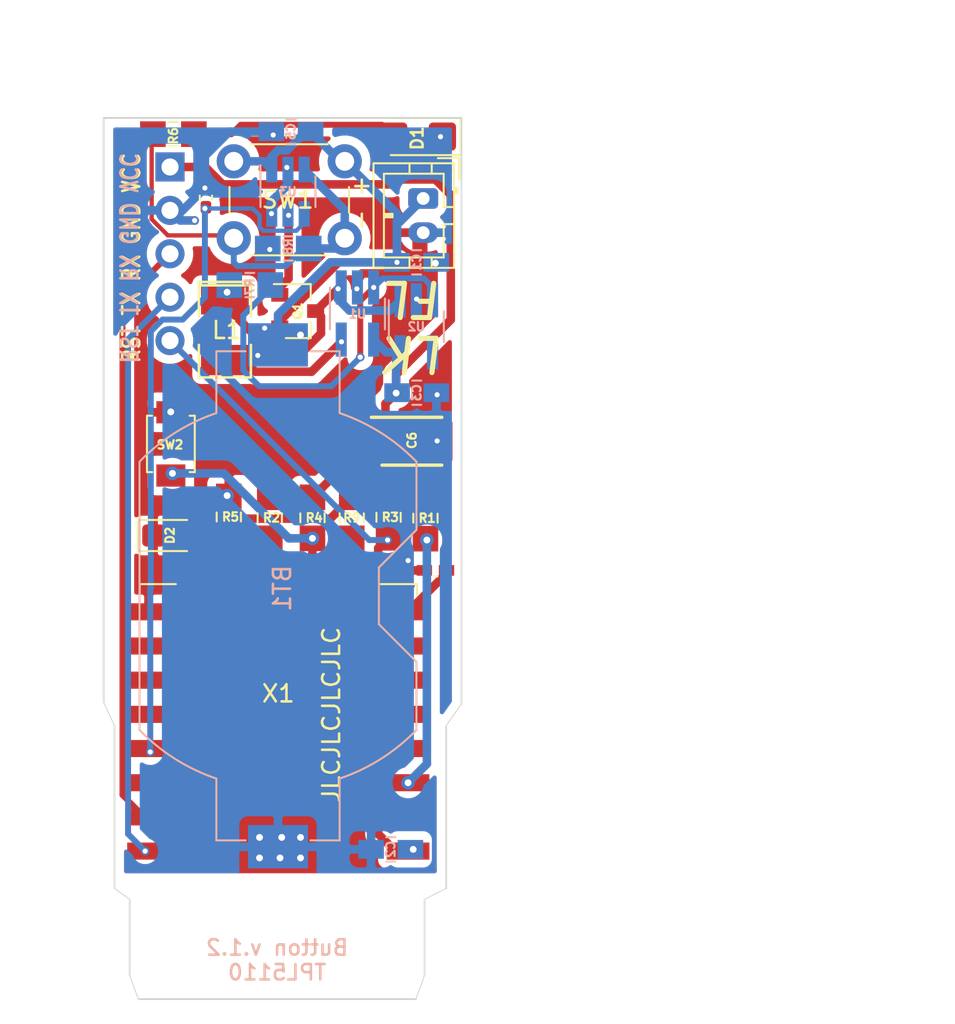
<source format=kicad_pcb>
(kicad_pcb (version 20171130) (host pcbnew "(5.1.9)-1")

  (general
    (thickness 1.6)
    (drawings 27)
    (tracks 224)
    (zones 0)
    (modules 29)
    (nets 20)
  )

  (page A4)
  (layers
    (0 F.Cu signal)
    (31 B.Cu signal)
    (32 B.Adhes user)
    (33 F.Adhes user)
    (34 B.Paste user)
    (35 F.Paste user)
    (36 B.SilkS user)
    (37 F.SilkS user)
    (38 B.Mask user)
    (39 F.Mask user)
    (40 Dwgs.User user)
    (41 Cmts.User user)
    (42 Eco1.User user)
    (43 Eco2.User user)
    (44 Edge.Cuts user)
    (45 Margin user)
    (46 B.CrtYd user)
    (47 F.CrtYd user)
    (48 B.Fab user)
    (49 F.Fab user)
  )

  (setup
    (last_trace_width 0.25)
    (user_trace_width 0.35)
    (user_trace_width 0.5)
    (trace_clearance 0.1)
    (zone_clearance 0.508)
    (zone_45_only no)
    (trace_min 0.2)
    (via_size 0.8)
    (via_drill 0.4)
    (via_min_size 0.4)
    (via_min_drill 0.3)
    (user_via 0.5 0.3)
    (uvia_size 0.3)
    (uvia_drill 0.1)
    (uvias_allowed no)
    (uvia_min_size 0.2)
    (uvia_min_drill 0.1)
    (edge_width 0.05)
    (segment_width 0.2)
    (pcb_text_width 0.3)
    (pcb_text_size 1.5 1.5)
    (mod_edge_width 0.12)
    (mod_text_size 1 1)
    (mod_text_width 0.15)
    (pad_size 1.524 1.524)
    (pad_drill 0.762)
    (pad_to_mask_clearance 0.051)
    (solder_mask_min_width 0.25)
    (aux_axis_origin 0 0)
    (visible_elements 7FFFFFFF)
    (pcbplotparams
      (layerselection 0x010fc_ffffffff)
      (usegerberextensions false)
      (usegerberattributes false)
      (usegerberadvancedattributes true)
      (creategerberjobfile false)
      (excludeedgelayer true)
      (linewidth 0.150000)
      (plotframeref false)
      (viasonmask false)
      (mode 1)
      (useauxorigin true)
      (hpglpennumber 1)
      (hpglpenspeed 20)
      (hpglpendiameter 15.000000)
      (psnegative false)
      (psa4output false)
      (plotreference true)
      (plotvalue true)
      (plotinvisibletext false)
      (padsonsilk false)
      (subtractmaskfromsilk false)
      (outputformat 1)
      (mirror false)
      (drillshape 0)
      (scaleselection 1)
      (outputdirectory "Gerber/"))
  )

  (net 0 "")
  (net 1 /VCC)
  (net 2 /GND)
  (net 3 /RST)
  (net 4 /RX)
  (net 5 /TX)
  (net 6 /EN)
  (net 7 /GPIO2)
  (net 8 /GPIO0)
  (net 9 "Net-(BT1-Pad1)")
  (net 10 "Net-(L1-Pad2)")
  (net 11 /GPIO15)
  (net 12 "Net-(R7-Pad2)")
  (net 13 /GPIO4)
  (net 14 "Net-(D2-Pad2)")
  (net 15 /GPIO5)
  (net 16 "Net-(D1-Pad2)")
  (net 17 "Net-(R6-Pad2)")
  (net 18 "Net-(L1-Pad1)")
  (net 19 "Net-(Q1-Pad1)")

  (net_class Default "This is the default net class."
    (clearance 0.1)
    (trace_width 0.25)
    (via_dia 0.8)
    (via_drill 0.4)
    (uvia_dia 0.3)
    (uvia_drill 0.1)
    (add_net /EN)
    (add_net /GND)
    (add_net /GPIO0)
    (add_net /GPIO15)
    (add_net /GPIO2)
    (add_net /GPIO4)
    (add_net /GPIO5)
    (add_net /RST)
    (add_net /RX)
    (add_net /TX)
    (add_net /VCC)
    (add_net "Net-(BT1-Pad1)")
    (add_net "Net-(D1-Pad2)")
    (add_net "Net-(D2-Pad2)")
    (add_net "Net-(L1-Pad1)")
    (add_net "Net-(L1-Pad2)")
    (add_net "Net-(Q1-Pad1)")
    (add_net "Net-(R6-Pad2)")
    (add_net "Net-(R7-Pad2)")
  )

  (module handsolder:ESP-12Elesssilk (layer F.Cu) (tedit 60343770) (tstamp 603C74BB)
    (at 125.8 90.2 180)
    (descr "Wi-Fi Module, http://wiki.ai-thinker.com/_media/esp8266/docs/aithinker_esp_12f_datasheet_en.pdf")
    (tags "Wi-Fi Module")
    (path /603C7685)
    (attr smd)
    (fp_text reference X1 (at 0 5.715 180) (layer F.SilkS)
      (effects (font (size 1 1) (thickness 0.15)))
    )
    (fp_text value ESP-12E (at -0.06 -12.78 180) (layer F.Fab)
      (effects (font (size 1 1) (thickness 0.15)))
    )
    (fp_line (start 5.56 -4.8) (end 8.12 -7.36) (layer Dwgs.User) (width 0.12))
    (fp_line (start 2.56 -4.8) (end 8.12 -10.36) (layer Dwgs.User) (width 0.12))
    (fp_line (start -0.44 -4.8) (end 6.88 -12.12) (layer Dwgs.User) (width 0.12))
    (fp_line (start -3.44 -4.8) (end 3.88 -12.12) (layer Dwgs.User) (width 0.12))
    (fp_line (start -6.44 -4.8) (end 0.88 -12.12) (layer Dwgs.User) (width 0.12))
    (fp_line (start -8.12 -6.12) (end -2.12 -12.12) (layer Dwgs.User) (width 0.12))
    (fp_line (start -8.12 -9.12) (end -5.12 -12.12) (layer Dwgs.User) (width 0.12))
    (fp_line (start -8.12 -4.8) (end -8.12 -12.12) (layer Dwgs.User) (width 0.12))
    (fp_line (start 8.12 -4.8) (end -8.12 -4.8) (layer Dwgs.User) (width 0.12))
    (fp_line (start 8.12 -12.12) (end 8.12 -4.8) (layer Dwgs.User) (width 0.12))
    (fp_line (start -8.12 -12.12) (end 8.12 -12.12) (layer Dwgs.User) (width 0.12))
    (fp_line (start -8.12 12.12) (end -8.12 11.5) (layer F.SilkS) (width 0.12))
    (fp_line (start -6 12.12) (end -8.12 12.12) (layer F.SilkS) (width 0.12))
    (fp_line (start 8.12 12.12) (end 6 12.12) (layer F.SilkS) (width 0.12))
    (fp_line (start 8.12 11.5) (end 8.12 12.12) (layer F.SilkS) (width 0.12))
    (fp_line (start -9.05 13.1) (end -9.05 -12.2) (layer F.CrtYd) (width 0.05))
    (fp_line (start 9.05 13.1) (end -9.05 13.1) (layer F.CrtYd) (width 0.05))
    (fp_line (start 9.05 -12.2) (end 9.05 13.1) (layer F.CrtYd) (width 0.05))
    (fp_line (start -9.05 -12.2) (end 9.05 -12.2) (layer F.CrtYd) (width 0.05))
    (fp_line (start -8 -4) (end -8 -12) (layer F.Fab) (width 0.12))
    (fp_line (start -7.5 -3.5) (end -8 -4) (layer F.Fab) (width 0.12))
    (fp_line (start -8 -3) (end -7.5 -3.5) (layer F.Fab) (width 0.12))
    (fp_line (start -8 12) (end -8 -3) (layer F.Fab) (width 0.12))
    (fp_line (start 8 12) (end -8 12) (layer F.Fab) (width 0.12))
    (fp_line (start 8 -12) (end 8 12) (layer F.Fab) (width 0.12))
    (fp_line (start -8 -12) (end 8 -12) (layer F.Fab) (width 0.12))
    (fp_text user %R (at 0.49 -0.8 180) (layer F.Fab)
      (effects (font (size 1 1) (thickness 0.15)))
    )
    (fp_text user "KEEP-OUT ZONE" (at 0.03 -9.55) (layer Cmts.User)
      (effects (font (size 1 1) (thickness 0.15)))
    )
    (fp_text user Antenna (at -0.06 -7) (layer Cmts.User)
      (effects (font (size 1 1) (thickness 0.15)))
    )
    (pad 22 smd rect (at 7.6 -3.5 180) (size 2.5 1) (layers F.Cu F.Paste F.Mask)
      (net 5 /TX))
    (pad 21 smd rect (at 7.6 -1.5 180) (size 2.5 1) (layers F.Cu F.Paste F.Mask)
      (net 4 /RX))
    (pad 20 smd rect (at 7.6 0.5 180) (size 2.5 1) (layers F.Cu F.Paste F.Mask)
      (net 15 /GPIO5))
    (pad 19 smd rect (at 7.6 2.5 180) (size 2.5 1) (layers F.Cu F.Paste F.Mask)
      (net 13 /GPIO4))
    (pad 18 smd rect (at 7.6 4.5 180) (size 2.5 1) (layers F.Cu F.Paste F.Mask)
      (net 8 /GPIO0))
    (pad 17 smd rect (at 7.6 6.5 180) (size 2.5 1) (layers F.Cu F.Paste F.Mask)
      (net 7 /GPIO2))
    (pad 16 smd rect (at 7.6 8.5 180) (size 2.5 1) (layers F.Cu F.Paste F.Mask)
      (net 11 /GPIO15))
    (pad 15 smd rect (at 7.6 10.5 180) (size 2.5 1) (layers F.Cu F.Paste F.Mask)
      (net 2 /GND))
    (pad 14 smd rect (at 5 12 180) (size 1 1.8) (layers F.Cu F.Paste F.Mask))
    (pad 13 smd rect (at 3 12 180) (size 1 1.8) (layers F.Cu F.Paste F.Mask))
    (pad 12 smd rect (at 1 12 180) (size 1 1.8) (layers F.Cu F.Paste F.Mask))
    (pad 11 smd rect (at -1 12 180) (size 1 1.8) (layers F.Cu F.Paste F.Mask))
    (pad 10 smd rect (at -3 12 180) (size 1 1.8) (layers F.Cu F.Paste F.Mask))
    (pad 9 smd rect (at -5 12 180) (size 1 1.8) (layers F.Cu F.Paste F.Mask))
    (pad 8 smd rect (at -7.6 10.5 180) (size 2.5 1) (layers F.Cu F.Paste F.Mask)
      (net 1 /VCC))
    (pad 7 smd rect (at -7.6 8.5 180) (size 2.5 1) (layers F.Cu F.Paste F.Mask))
    (pad 6 smd rect (at -7.6 6.5 180) (size 2.5 1) (layers F.Cu F.Paste F.Mask))
    (pad 5 smd rect (at -7.6 4.5 180) (size 2.5 1) (layers F.Cu F.Paste F.Mask))
    (pad 4 smd rect (at -7.6 2.5 180) (size 2.5 1) (layers F.Cu F.Paste F.Mask))
    (pad 3 smd rect (at -7.6 0.5 180) (size 2.5 1) (layers F.Cu F.Paste F.Mask)
      (net 6 /EN))
    (pad 2 smd rect (at -7.6 -1.5 180) (size 2.5 1) (layers F.Cu F.Paste F.Mask))
    (pad 1 smd rect (at -7.6 -3.5 180) (size 2.5 1) (layers F.Cu F.Paste F.Mask)
      (net 3 /RST))
    (model ${KISYS3DMOD}/RF_Module.3dshapes/ESP-12E.wrl
      (at (xyz 0 0 0))
      (scale (xyz 1 1 1))
      (rotate (xyz 0 0 0))
    )
  )

  (module handsolder:LED_1206_3216Metric_Castellated (layer F.Cu) (tedit 603A8330) (tstamp 603267F8)
    (at 133.9824 51.8922 180)
    (descr "LED SMD 1206 (3216 Metric), castellated end terminal, IPC_7351 nominal, (Body size source: http://www.tortai-tech.com/upload/download/2011102023233369053.pdf), generated with kicad-footprint-generator")
    (tags "LED castellated")
    (path /602D28D1)
    (attr smd)
    (fp_text reference D1 (at 0.05 -0.1 90) (layer F.SilkS)
      (effects (font (size 0.7 0.7) (thickness 0.15)))
    )
    (fp_text value LED (at 0 1.78) (layer F.Fab)
      (effects (font (size 1 1) (thickness 0.15)))
    )
    (fp_line (start 2.48 1.08) (end -2.48 1.08) (layer F.CrtYd) (width 0.05))
    (fp_line (start 2.48 -1.08) (end 2.48 1.08) (layer F.CrtYd) (width 0.05))
    (fp_line (start -2.48 -1.08) (end 2.48 -1.08) (layer F.CrtYd) (width 0.05))
    (fp_line (start -2.48 1.08) (end -2.48 -1.08) (layer F.CrtYd) (width 0.05))
    (fp_line (start -2.485 1.085) (end 1.6 1.085) (layer F.SilkS) (width 0.12))
    (fp_line (start -2.485 -1.085) (end -2.485 1.085) (layer F.SilkS) (width 0.12))
    (fp_line (start 1.6 -1.085) (end -2.485 -1.085) (layer F.SilkS) (width 0.12))
    (fp_line (start 1.6 0.8) (end 1.6 -0.8) (layer F.Fab) (width 0.1))
    (fp_line (start -1.6 0.8) (end 1.6 0.8) (layer F.Fab) (width 0.1))
    (fp_line (start -1.6 -0.4) (end -1.6 0.8) (layer F.Fab) (width 0.1))
    (fp_line (start -1.2 -0.8) (end -1.6 -0.4) (layer F.Fab) (width 0.1))
    (fp_line (start 1.6 -0.8) (end -1.2 -0.8) (layer F.Fab) (width 0.1))
    (fp_text user %R (at 0 0) (layer F.Fab)
      (effects (font (size 0.8 0.8) (thickness 0.12)))
    )
    (pad 2 smd roundrect (at 1.425 0 180) (size 1.6 1.65) (layers F.Cu F.Paste F.Mask) (roundrect_rratio 0.15625)
      (net 16 "Net-(D1-Pad2)"))
    (pad 1 smd roundrect (at -1.425 0 180) (size 1.6 1.65) (layers F.Cu F.Paste F.Mask) (roundrect_rratio 0.15625)
      (net 2 /GND))
    (model ${KISYS3DMOD}/LED_SMD.3dshapes/LED_1206_3216Metric_Castellated.wrl
      (at (xyz 0 0 0))
      (scale (xyz 1 1 1))
      (rotate (xyz 0 0 0))
    )
  )

  (module SamacSys_Parts:CAPPM3528X210N (layer F.Cu) (tedit 60364A5B) (tstamp 60368C4F)
    (at 133.62432 69.71792)
    (descr T495B-10)
    (tags "Capacitor Polarised")
    (path /60364890)
    (attr smd)
    (fp_text reference C6 (at 0 -0.05 270) (layer F.SilkS)
      (effects (font (size 0.5 0.5) (thickness 0.125)))
    )
    (fp_text value TAJB476M010TNJ (at 0 0 180) (layer F.SilkS) hide
      (effects (font (size 1.27 1.27) (thickness 0.254)))
    )
    (fp_line (start -1.75 1.4) (end 1.75 1.4) (layer F.SilkS) (width 0.2))
    (fp_line (start 1.75 -1.4) (end -2.375 -1.4) (layer F.SilkS) (width 0.2))
    (fp_line (start -1.75 -0.575) (end -0.925 -1.4) (layer F.Fab) (width 0.1))
    (fp_line (start -1.75 1.4) (end -1.75 -1.4) (layer F.Fab) (width 0.1))
    (fp_line (start 1.75 1.4) (end -1.75 1.4) (layer F.Fab) (width 0.1))
    (fp_line (start 1.75 -1.4) (end 1.75 1.4) (layer F.Fab) (width 0.1))
    (fp_line (start -1.75 -1.4) (end 1.75 -1.4) (layer F.Fab) (width 0.1))
    (fp_line (start -2.625 1.75) (end -2.625 -1.75) (layer F.CrtYd) (width 0.05))
    (fp_line (start 2.625 1.75) (end -2.625 1.75) (layer F.CrtYd) (width 0.05))
    (fp_line (start 2.625 -1.75) (end 2.625 1.75) (layer F.CrtYd) (width 0.05))
    (fp_line (start -2.625 -1.75) (end 2.625 -1.75) (layer F.CrtYd) (width 0.05))
    (fp_text user %R (at 0 0 180) (layer F.Fab)
      (effects (font (size 1.27 1.27) (thickness 0.254)))
    )
    (pad 2 smd rect (at 1.55 0) (size 1.65 2.25) (layers F.Cu F.Paste F.Mask)
      (net 2 /GND))
    (pad 1 smd rect (at -1.55 0) (size 1.65 2.25) (layers F.Cu F.Paste F.Mask)
      (net 1 /VCC))
    (model "C:\\Program Files\\KiCad\\SamacSys_Parts.3dshapes\\T495B476K006ATE450.stp"
      (at (xyz 0 0 0))
      (scale (xyz 1 1 1))
      (rotate (xyz 0 0 0))
    )
  )

  (module Connector_JST:JST_PH_B2B-PH-K_1x02_P2.00mm_Vertical (layer F.Cu) (tedit 5B7745C2) (tstamp 603267B2)
    (at 134.28472 55.51424 270)
    (descr "JST PH series connector, B2B-PH-K (http://www.jst-mfg.com/product/pdf/eng/ePH.pdf), generated with kicad-footprint-generator")
    (tags "connector JST PH side entry")
    (path /602FBA1B)
    (fp_text reference BT2 (at 0.3048 -2.6162 90) (layer F.SilkS) hide
      (effects (font (size 1 1) (thickness 0.15)))
    )
    (fp_text value Battery_Cell (at 1 4 90) (layer F.Fab)
      (effects (font (size 1 1) (thickness 0.15)))
    )
    (fp_line (start -2.06 -1.81) (end -2.06 2.91) (layer F.SilkS) (width 0.12))
    (fp_line (start -2.06 2.91) (end 4.06 2.91) (layer F.SilkS) (width 0.12))
    (fp_line (start 4.06 2.91) (end 4.06 -1.81) (layer F.SilkS) (width 0.12))
    (fp_line (start 4.06 -1.81) (end -2.06 -1.81) (layer F.SilkS) (width 0.12))
    (fp_line (start -0.3 -1.81) (end -0.3 -2.01) (layer F.SilkS) (width 0.12))
    (fp_line (start -0.3 -2.01) (end -0.6 -2.01) (layer F.SilkS) (width 0.12))
    (fp_line (start -0.6 -2.01) (end -0.6 -1.81) (layer F.SilkS) (width 0.12))
    (fp_line (start -0.3 -1.91) (end -0.6 -1.91) (layer F.SilkS) (width 0.12))
    (fp_line (start 0.5 -1.81) (end 0.5 -1.2) (layer F.SilkS) (width 0.12))
    (fp_line (start 0.5 -1.2) (end -1.45 -1.2) (layer F.SilkS) (width 0.12))
    (fp_line (start -1.45 -1.2) (end -1.45 2.3) (layer F.SilkS) (width 0.12))
    (fp_line (start -1.45 2.3) (end 3.45 2.3) (layer F.SilkS) (width 0.12))
    (fp_line (start 3.45 2.3) (end 3.45 -1.2) (layer F.SilkS) (width 0.12))
    (fp_line (start 3.45 -1.2) (end 1.5 -1.2) (layer F.SilkS) (width 0.12))
    (fp_line (start 1.5 -1.2) (end 1.5 -1.81) (layer F.SilkS) (width 0.12))
    (fp_line (start -2.06 -0.5) (end -1.45 -0.5) (layer F.SilkS) (width 0.12))
    (fp_line (start -2.06 0.8) (end -1.45 0.8) (layer F.SilkS) (width 0.12))
    (fp_line (start 4.06 -0.5) (end 3.45 -0.5) (layer F.SilkS) (width 0.12))
    (fp_line (start 4.06 0.8) (end 3.45 0.8) (layer F.SilkS) (width 0.12))
    (fp_line (start 0.9 2.3) (end 0.9 1.8) (layer F.SilkS) (width 0.12))
    (fp_line (start 0.9 1.8) (end 1.1 1.8) (layer F.SilkS) (width 0.12))
    (fp_line (start 1.1 1.8) (end 1.1 2.3) (layer F.SilkS) (width 0.12))
    (fp_line (start 1 2.3) (end 1 1.8) (layer F.SilkS) (width 0.12))
    (fp_line (start -1.11 -2.11) (end -2.36 -2.11) (layer F.SilkS) (width 0.12))
    (fp_line (start -2.36 -2.11) (end -2.36 -0.86) (layer F.SilkS) (width 0.12))
    (fp_line (start -1.11 -2.11) (end -2.36 -2.11) (layer F.Fab) (width 0.1))
    (fp_line (start -2.36 -2.11) (end -2.36 -0.86) (layer F.Fab) (width 0.1))
    (fp_line (start -1.95 -1.7) (end -1.95 2.8) (layer F.Fab) (width 0.1))
    (fp_line (start -1.95 2.8) (end 3.95 2.8) (layer F.Fab) (width 0.1))
    (fp_line (start 3.95 2.8) (end 3.95 -1.7) (layer F.Fab) (width 0.1))
    (fp_line (start 3.95 -1.7) (end -1.95 -1.7) (layer F.Fab) (width 0.1))
    (fp_line (start -2.45 -2.2) (end -2.45 3.3) (layer F.CrtYd) (width 0.05))
    (fp_line (start -2.45 3.3) (end 4.45 3.3) (layer F.CrtYd) (width 0.05))
    (fp_line (start 4.45 3.3) (end 4.45 -2.2) (layer F.CrtYd) (width 0.05))
    (fp_line (start 4.45 -2.2) (end -2.45 -2.2) (layer F.CrtYd) (width 0.05))
    (fp_text user %R (at 1 1.5 90) (layer F.Fab)
      (effects (font (size 1 1) (thickness 0.15)))
    )
    (pad 2 thru_hole oval (at 2 0 270) (size 1.2 1.75) (drill 0.75) (layers *.Cu *.Mask)
      (net 2 /GND))
    (pad 1 thru_hole roundrect (at 0 0 270) (size 1.2 1.75) (drill 0.75) (layers *.Cu *.Mask) (roundrect_rratio 0.2083325)
      (net 9 "Net-(BT1-Pad1)"))
    (model ${KISYS3DMOD}/Connector_JST.3dshapes/JST_PH_B2B-PH-K_1x02_P2.00mm_Vertical.wrl
      (at (xyz 0 0 0))
      (scale (xyz 1 1 1))
      (rotate (xyz 0 0 0))
    )
  )

  (module handsolder:SOT-23 (layer F.Cu) (tedit 6035930F) (tstamp 60352D97)
    (at 126.9365 62.103)
    (descr "SOT-23, Standard")
    (tags SOT-23)
    (path /60375658)
    (attr smd)
    (fp_text reference Q1 (at 0 0 90) (layer F.SilkS)
      (effects (font (size 0.5 0.5) (thickness 0.125)))
    )
    (fp_text value TSM2301ACX (at 0 2.5) (layer F.Fab)
      (effects (font (size 1 1) (thickness 0.15)))
    )
    (fp_line (start -0.7 -0.95) (end -0.7 1.5) (layer F.Fab) (width 0.1))
    (fp_line (start -0.15 -1.52) (end 0.7 -1.52) (layer F.Fab) (width 0.1))
    (fp_line (start -0.7 -0.95) (end -0.15 -1.52) (layer F.Fab) (width 0.1))
    (fp_line (start 0.7 -1.52) (end 0.7 1.52) (layer F.Fab) (width 0.1))
    (fp_line (start -0.7 1.52) (end 0.7 1.52) (layer F.Fab) (width 0.1))
    (fp_line (start 0.76 1.58) (end 0.76 0.65) (layer F.SilkS) (width 0.12))
    (fp_line (start 0.76 -1.58) (end 0.76 -0.65) (layer F.SilkS) (width 0.12))
    (fp_line (start -1.7 -1.75) (end 1.7 -1.75) (layer F.CrtYd) (width 0.05))
    (fp_line (start 1.7 -1.75) (end 1.7 1.75) (layer F.CrtYd) (width 0.05))
    (fp_line (start 1.7 1.75) (end -1.7 1.75) (layer F.CrtYd) (width 0.05))
    (fp_line (start -1.7 1.75) (end -1.7 -1.75) (layer F.CrtYd) (width 0.05))
    (fp_line (start 0.76 -1.58) (end -1.4 -1.58) (layer F.SilkS) (width 0.12))
    (fp_line (start 0.76 1.58) (end -0.7 1.58) (layer F.SilkS) (width 0.12))
    (fp_text user %R (at 0 0 90) (layer F.Fab)
      (effects (font (size 0.5 0.5) (thickness 0.075)))
    )
    (pad 3 smd rect (at 1.05 0) (size 1 0.8) (layers F.Cu F.Paste F.Mask)
      (net 18 "Net-(L1-Pad1)"))
    (pad 2 smd rect (at -1.05 0.95) (size 1 0.8) (layers F.Cu F.Paste F.Mask)
      (net 9 "Net-(BT1-Pad1)"))
    (pad 1 smd rect (at -1.05 -0.95) (size 1 0.8) (layers F.Cu F.Paste F.Mask)
      (net 19 "Net-(Q1-Pad1)"))
    (model ${KISYS3DMOD}/Package_TO_SOT_SMD.3dshapes/SOT-23.wrl
      (at (xyz 0 0 0))
      (scale (xyz 1 1 1))
      (rotate (xyz 0 0 0))
    )
  )

  (module handsolder:LED_0805_2012Metric_Castellated_mod (layer F.Cu) (tedit 60359125) (tstamp 6032680B)
    (at 119.4562 75.2348)
    (descr "LED SMD 0805 (2012 Metric), castellated end terminal, IPC_7351 nominal, (Body size source: https://docs.google.com/spreadsheets/d/1BsfQQcO9C6DZCsRaXUlFlo91Tg2WpOkGARC1WS5S8t0/edit?usp=sharing), generated with kicad-footprint-generator")
    (tags "LED castellated")
    (path /6032747F)
    (attr smd)
    (fp_text reference D2 (at 0 0 90) (layer F.SilkS)
      (effects (font (size 0.5 0.5) (thickness 0.125)))
    )
    (fp_text value LED (at 0 1.6 -180) (layer F.Fab)
      (effects (font (size 1 1) (thickness 0.15)))
    )
    (fp_line (start 1 -0.6) (end -0.7 -0.6) (layer F.Fab) (width 0.1))
    (fp_line (start -0.7 -0.6) (end -1 -0.3) (layer F.Fab) (width 0.1))
    (fp_line (start -1 -0.3) (end -1 0.6) (layer F.Fab) (width 0.1))
    (fp_line (start -1 0.6) (end 1 0.6) (layer F.Fab) (width 0.1))
    (fp_line (start 1 0.6) (end 1 -0.6) (layer F.Fab) (width 0.1))
    (fp_line (start 1 -0.91) (end -1.885 -0.91) (layer F.SilkS) (width 0.12))
    (fp_line (start -1.885 -0.91) (end -1.885 0.91) (layer F.SilkS) (width 0.12))
    (fp_line (start -1.885 0.91) (end 1 0.91) (layer F.SilkS) (width 0.12))
    (fp_line (start -1.88 0.9) (end -1.88 -0.9) (layer F.CrtYd) (width 0.05))
    (fp_line (start -1.88 -0.9) (end 1.88 -0.9) (layer F.CrtYd) (width 0.05))
    (fp_line (start 1.88 -0.9) (end 1.88 0.9) (layer F.CrtYd) (width 0.05))
    (fp_line (start 1.88 0.9) (end -1.88 0.9) (layer F.CrtYd) (width 0.05))
    (fp_text user %R (at 0 0 -180) (layer F.Fab)
      (effects (font (size 0.5 0.5) (thickness 0.08)))
    )
    (pad 2 smd roundrect (at 0.9625 0) (size 1.325 1.3) (layers F.Cu F.Paste F.Mask) (roundrect_rratio 0.1923076923076923)
      (net 14 "Net-(D2-Pad2)"))
    (pad 1 smd roundrect (at -0.9625 0) (size 1.325 1.3) (layers F.Cu F.Paste F.Mask) (roundrect_rratio 0.1923076923076923)
      (net 2 /GND))
    (model ${KISYS3DMOD}/LED_SMD.3dshapes/LED_0805_2012Metric_Castellated.wrl
      (at (xyz 0 0 0))
      (scale (xyz 1 1 1))
      (rotate (xyz 0 0 0))
    )
  )

  (module handsolder:C_0402_1005Metric_Pad0.74x0.62mm_HandSoldermod (layer F.Cu) (tedit 6036714F) (tstamp 6036D067)
    (at 135.001 77.27696 180)
    (descr "Capacitor SMD 0402 (1005 Metric), square (rectangular) end terminal, IPC_7351 nominal with elongated pad for handsoldering. (Body size source: IPC-SM-782 page 76, https://www.pcb-3d.com/wordpress/wp-content/uploads/ipc-sm-782a_amendment_1_and_2.pdf), generated with kicad-footprint-generator")
    (tags "capacitor handsolder")
    (path /6036880A)
    (attr smd)
    (fp_text reference C7 (at 0 0) (layer F.SilkS) hide
      (effects (font (size 0.5 0.5) (thickness 0.125)))
    )
    (fp_text value 100nF (at 0 1.16) (layer F.Fab)
      (effects (font (size 1 1) (thickness 0.15)))
    )
    (fp_line (start -0.5 0.25) (end -0.5 -0.25) (layer F.Fab) (width 0.1))
    (fp_line (start -0.5 -0.25) (end 0.5 -0.25) (layer F.Fab) (width 0.1))
    (fp_line (start 0.5 -0.25) (end 0.5 0.25) (layer F.Fab) (width 0.1))
    (fp_line (start 0.5 0.25) (end -0.5 0.25) (layer F.Fab) (width 0.1))
    (fp_line (start -0.115835 -0.36) (end 0.115835 -0.36) (layer F.SilkS) (width 0.12))
    (fp_line (start -1.08 0.46) (end -1.08 -0.46) (layer F.CrtYd) (width 0.05))
    (fp_line (start -1.08 -0.46) (end 1.08 -0.46) (layer F.CrtYd) (width 0.05))
    (fp_line (start 1.08 -0.46) (end 1.08 0.46) (layer F.CrtYd) (width 0.05))
    (fp_line (start 1.08 0.46) (end -1.08 0.46) (layer F.CrtYd) (width 0.05))
    (fp_text user %R (at 0 0) (layer F.Fab)
      (effects (font (size 0.25 0.25) (thickness 0.04)))
    )
    (pad 2 smd rect (at 0.65 0 180) (size 0.9 0.62) (layers F.Cu F.Paste F.Mask)
      (net 2 /GND))
    (pad 1 smd rect (at -0.65 0 180) (size 0.9 0.62) (layers F.Cu F.Paste F.Mask)
      (net 1 /VCC))
    (model ${KISYS3DMOD}/Capacitor_SMD.3dshapes/C_0402_1005Metric.wrl
      (at (xyz 0 0 0))
      (scale (xyz 1 1 1))
      (rotate (xyz 0 0 0))
    )
  )

  (module handsolder:SOT-23-6handsoldering (layer B.Cu) (tedit 603591F5) (tstamp 60352F89)
    (at 126.365 55.118 270)
    (descr "6-pin SOT-23 package")
    (tags SOT-23-6)
    (path /60354F1C)
    (attr smd)
    (fp_text reference U3 (at 0 0 180) (layer B.SilkS)
      (effects (font (size 0.5 0.5) (thickness 0.125)) (justify mirror))
    )
    (fp_text value TPL5110 (at 0 -2.9 270) (layer B.Fab)
      (effects (font (size 1 1) (thickness 0.15)) (justify mirror))
    )
    (fp_line (start -0.9 -1.61) (end 0.9 -1.61) (layer B.SilkS) (width 0.12))
    (fp_line (start 0.9 1.61) (end -1.55 1.61) (layer B.SilkS) (width 0.12))
    (fp_line (start 1.9 1.8) (end -1.9 1.8) (layer B.CrtYd) (width 0.05))
    (fp_line (start 1.9 -1.8) (end 1.9 1.8) (layer B.CrtYd) (width 0.05))
    (fp_line (start -1.9 -1.8) (end 1.9 -1.8) (layer B.CrtYd) (width 0.05))
    (fp_line (start -1.9 1.8) (end -1.9 -1.8) (layer B.CrtYd) (width 0.05))
    (fp_line (start -0.9 0.9) (end -0.25 1.55) (layer B.Fab) (width 0.1))
    (fp_line (start 0.9 1.55) (end -0.25 1.55) (layer B.Fab) (width 0.1))
    (fp_line (start -0.9 0.9) (end -0.9 -1.55) (layer B.Fab) (width 0.1))
    (fp_line (start 0.9 -1.55) (end -0.9 -1.55) (layer B.Fab) (width 0.1))
    (fp_line (start 0.9 1.55) (end 0.9 -1.55) (layer B.Fab) (width 0.1))
    (fp_text user %R (at 0 0) (layer B.Fab)
      (effects (font (size 0.5 0.5) (thickness 0.075)) (justify mirror))
    )
    (pad 5 smd rect (at 1.3 0 270) (size 1.5 0.65) (layers B.Cu B.Paste B.Mask)
      (net 19 "Net-(Q1-Pad1)"))
    (pad 6 smd rect (at 1.3 0.95 270) (size 1.5 0.65) (layers B.Cu B.Paste B.Mask)
      (net 2 /GND))
    (pad 4 smd rect (at 1.3 -0.95 270) (size 1.5 0.65) (layers B.Cu B.Paste B.Mask)
      (net 13 /GPIO4))
    (pad 3 smd rect (at -1.3 -0.95 270) (size 1.5 0.65) (layers B.Cu B.Paste B.Mask)
      (net 17 "Net-(R6-Pad2)"))
    (pad 2 smd rect (at -1.3 0 270) (size 1.5 0.65) (layers B.Cu B.Paste B.Mask)
      (net 2 /GND))
    (pad 1 smd rect (at -1.3 0.95 270) (size 1.5 0.65) (layers B.Cu B.Paste B.Mask)
      (net 9 "Net-(BT1-Pad1)"))
    (model ${KISYS3DMOD}/Package_TO_SOT_SMD.3dshapes/SOT-23-6.wrl
      (at (xyz 0 0 0))
      (scale (xyz 1 1 1))
      (rotate (xyz 0 0 0))
    )
  )

  (module handsolder:SOT-23-5_HandSolderingmod (layer B.Cu) (tedit 6035922E) (tstamp 60329F06)
    (at 130.43408 62.27064 270)
    (descr "5-pin SOT23 package")
    (tags "SOT-23-5 hand-soldering")
    (path /6033543B)
    (attr smd)
    (fp_text reference U1 (at 0 0 180) (layer B.SilkS)
      (effects (font (size 0.5 0.5) (thickness 0.125)) (justify mirror))
    )
    (fp_text value TPS61097A (at 10.287 -1.143 90) (layer B.SilkS) hide
      (effects (font (size 1 1) (thickness 0.15)) (justify mirror))
    )
    (fp_line (start -0.9 -1.61) (end 0.9 -1.61) (layer B.SilkS) (width 0.12))
    (fp_line (start 0.9 1.61) (end -1.55 1.61) (layer B.SilkS) (width 0.12))
    (fp_line (start -0.9 0.9) (end -0.25 1.55) (layer B.Fab) (width 0.1))
    (fp_line (start 0.9 1.55) (end -0.25 1.55) (layer B.Fab) (width 0.1))
    (fp_line (start -0.9 0.9) (end -0.9 -1.55) (layer B.Fab) (width 0.1))
    (fp_line (start 0.9 -1.55) (end -0.9 -1.55) (layer B.Fab) (width 0.1))
    (fp_line (start 0.9 1.55) (end 0.9 -1.55) (layer B.Fab) (width 0.1))
    (fp_line (start -2.38 1.8) (end 2.38 1.8) (layer B.CrtYd) (width 0.05))
    (fp_line (start -2.38 1.8) (end -2.38 -1.8) (layer B.CrtYd) (width 0.05))
    (fp_line (start 2.38 -1.8) (end 2.38 1.8) (layer B.CrtYd) (width 0.05))
    (fp_line (start 2.38 -1.8) (end -2.38 -1.8) (layer B.CrtYd) (width 0.05))
    (fp_text user %R (at 0 0) (layer B.Fab)
      (effects (font (size 0.5 0.5) (thickness 0.075)) (justify mirror))
    )
    (pad 5 smd rect (at 1.5 0.95 270) (size 2 0.65) (layers B.Cu B.Paste B.Mask)
      (net 10 "Net-(L1-Pad2)"))
    (pad 4 smd rect (at 1.5 -0.95 270) (size 2 0.65) (layers B.Cu B.Paste B.Mask)
      (net 1 /VCC))
    (pad 3 smd rect (at -1.55 -0.95 270) (size 2 0.65) (layers B.Cu B.Paste B.Mask)
      (net 12 "Net-(R7-Pad2)"))
    (pad 2 smd trapezoid (at -1.55 0 270) (size 2 0.65) (layers B.Cu B.Paste B.Mask)
      (net 2 /GND))
    (pad 1 smd rect (at -1.55 0.95 270) (size 2 0.65) (layers B.Cu B.Paste B.Mask)
      (net 18 "Net-(L1-Pad1)"))
    (model ${KISYS3DMOD}/Package_TO_SOT_SMD.3dshapes/SOT-23-5.wrl
      (at (xyz 0 0 0))
      (scale (xyz 1 1 1))
      (rotate (xyz 0 0 0))
    )
  )

  (module handsolder:SOT-23-5_HandSolderingmod (layer B.Cu) (tedit 6035922E) (tstamp 60326955)
    (at 133.8834 63.0174 270)
    (descr "5-pin SOT23 package")
    (tags "SOT-23-5 hand-soldering")
    (path /602F5FBE)
    (attr smd)
    (fp_text reference U2 (at 0 0 180) (layer B.SilkS)
      (effects (font (size 0.5 0.5) (thickness 0.125)) (justify mirror))
    )
    (fp_text value AP2112K-3.3 (at 10.287 -1.143 90) (layer B.SilkS) hide
      (effects (font (size 1 1) (thickness 0.15)) (justify mirror))
    )
    (fp_line (start -0.9 -1.61) (end 0.9 -1.61) (layer B.SilkS) (width 0.12))
    (fp_line (start 0.9 1.61) (end -1.55 1.61) (layer B.SilkS) (width 0.12))
    (fp_line (start -0.9 0.9) (end -0.25 1.55) (layer B.Fab) (width 0.1))
    (fp_line (start 0.9 1.55) (end -0.25 1.55) (layer B.Fab) (width 0.1))
    (fp_line (start -0.9 0.9) (end -0.9 -1.55) (layer B.Fab) (width 0.1))
    (fp_line (start 0.9 -1.55) (end -0.9 -1.55) (layer B.Fab) (width 0.1))
    (fp_line (start 0.9 1.55) (end 0.9 -1.55) (layer B.Fab) (width 0.1))
    (fp_line (start -2.38 1.8) (end 2.38 1.8) (layer B.CrtYd) (width 0.05))
    (fp_line (start -2.38 1.8) (end -2.38 -1.8) (layer B.CrtYd) (width 0.05))
    (fp_line (start 2.38 -1.8) (end 2.38 1.8) (layer B.CrtYd) (width 0.05))
    (fp_line (start 2.38 -1.8) (end -2.38 -1.8) (layer B.CrtYd) (width 0.05))
    (fp_text user %R (at 0 0) (layer B.Fab)
      (effects (font (size 0.5 0.5) (thickness 0.075)) (justify mirror))
    )
    (pad 5 smd rect (at 1.5 0.95 270) (size 2 0.65) (layers B.Cu B.Paste B.Mask)
      (net 1 /VCC))
    (pad 4 smd rect (at 1.5 -0.95 270) (size 2 0.65) (layers B.Cu B.Paste B.Mask))
    (pad 3 smd rect (at -1.55 -0.95 270) (size 2 0.65) (layers B.Cu B.Paste B.Mask)
      (net 12 "Net-(R7-Pad2)"))
    (pad 2 smd trapezoid (at -1.55 0 270) (size 2 0.65) (layers B.Cu B.Paste B.Mask)
      (net 2 /GND))
    (pad 1 smd rect (at -1.55 0.95 270) (size 2 0.65) (layers B.Cu B.Paste B.Mask)
      (net 18 "Net-(L1-Pad1)"))
    (model ${KISYS3DMOD}/Package_TO_SOT_SMD.3dshapes/SOT-23-5.wrl
      (at (xyz 0 0 0))
      (scale (xyz 1 1 1))
      (rotate (xyz 0 0 0))
    )
  )

  (module handsolder:C_0805_2012handsodermod (layer B.Cu) (tedit 603591CC) (tstamp 6034EF3D)
    (at 126.54088 51.6 180)
    (descr "Capacitor SMD 0805 (2012 Metric), square (rectangular) end terminal, IPC_7351 nominal with elongated pad for handsoldering. (Body size source: https://docs.google.com/spreadsheets/d/1BsfQQcO9C6DZCsRaXUlFlo91Tg2WpOkGARC1WS5S8t0/edit?usp=sharing), generated with kicad-footprint-generator")
    (tags "capacitor handsolder")
    (path /6034F848)
    (attr smd)
    (fp_text reference C5 (at 0 0 270) (layer B.SilkS)
      (effects (font (size 0.5 0.5) (thickness 0.125)) (justify mirror))
    )
    (fp_text value 100nF (at 0 -1.65) (layer B.Fab) hide
      (effects (font (size 1 1) (thickness 0.15)) (justify mirror))
    )
    (fp_line (start -1 -0.6) (end -1 0.6) (layer B.Fab) (width 0.1))
    (fp_line (start -1 0.6) (end 1 0.6) (layer B.Fab) (width 0.1))
    (fp_line (start 1 0.6) (end 1 -0.6) (layer B.Fab) (width 0.1))
    (fp_line (start 1 -0.6) (end -1 -0.6) (layer B.Fab) (width 0.1))
    (fp_line (start -0.261252 0.71) (end 0.261252 0.71) (layer B.SilkS) (width 0.12))
    (fp_line (start -0.261252 -0.71) (end 0.261252 -0.71) (layer B.SilkS) (width 0.12))
    (fp_line (start -2 -0.95) (end -2 0.95) (layer B.CrtYd) (width 0.05))
    (fp_line (start -2 0.95) (end 2.05 0.95) (layer B.CrtYd) (width 0.05))
    (fp_line (start 2.05 0.95) (end 2.05 -0.95) (layer B.CrtYd) (width 0.05))
    (fp_line (start 2.05 -0.95) (end -2 -0.95) (layer B.CrtYd) (width 0.05))
    (fp_text user %R (at 0 0) (layer B.Fab)
      (effects (font (size 0.5 0.5) (thickness 0.08)) (justify mirror))
    )
    (pad 2 smd rect (at 1.15 0 180) (size 1.5 1.1) (layers B.Cu B.Paste B.Mask)
      (net 2 /GND))
    (pad 1 smd rect (at -1.15 0 180) (size 1.5 1.1) (layers B.Cu B.Paste B.Mask)
      (net 9 "Net-(BT1-Pad1)"))
    (model ${KISYS3DMOD}/Capacitor_SMD.3dshapes/C_0805_2012Metric.wrl
      (at (xyz 0 0 0))
      (scale (xyz 1 1 1))
      (rotate (xyz 0 0 0))
    )
  )

  (module handsolder:C_0805_2012handsodermod (layer B.Cu) (tedit 603591CC) (tstamp 603267C3)
    (at 133.9 59.25 180)
    (descr "Capacitor SMD 0805 (2012 Metric), square (rectangular) end terminal, IPC_7351 nominal with elongated pad for handsoldering. (Body size source: https://docs.google.com/spreadsheets/d/1BsfQQcO9C6DZCsRaXUlFlo91Tg2WpOkGARC1WS5S8t0/edit?usp=sharing), generated with kicad-footprint-generator")
    (tags "capacitor handsolder")
    (path /602D0C1F)
    (attr smd)
    (fp_text reference C1 (at 0 0 270) (layer B.SilkS)
      (effects (font (size 0.5 0.5) (thickness 0.125)) (justify mirror))
    )
    (fp_text value 10uF (at 0 -1.65) (layer B.Fab) hide
      (effects (font (size 1 1) (thickness 0.15)) (justify mirror))
    )
    (fp_line (start -1 -0.6) (end -1 0.6) (layer B.Fab) (width 0.1))
    (fp_line (start -1 0.6) (end 1 0.6) (layer B.Fab) (width 0.1))
    (fp_line (start 1 0.6) (end 1 -0.6) (layer B.Fab) (width 0.1))
    (fp_line (start 1 -0.6) (end -1 -0.6) (layer B.Fab) (width 0.1))
    (fp_line (start -0.261252 0.71) (end 0.261252 0.71) (layer B.SilkS) (width 0.12))
    (fp_line (start -0.261252 -0.71) (end 0.261252 -0.71) (layer B.SilkS) (width 0.12))
    (fp_line (start -2 -0.95) (end -2 0.95) (layer B.CrtYd) (width 0.05))
    (fp_line (start -2 0.95) (end 2.05 0.95) (layer B.CrtYd) (width 0.05))
    (fp_line (start 2.05 0.95) (end 2.05 -0.95) (layer B.CrtYd) (width 0.05))
    (fp_line (start 2.05 -0.95) (end -2 -0.95) (layer B.CrtYd) (width 0.05))
    (fp_text user %R (at 0 0) (layer B.Fab)
      (effects (font (size 0.5 0.5) (thickness 0.08)) (justify mirror))
    )
    (pad 2 smd rect (at 1.15 0 180) (size 1.5 1.1) (layers B.Cu B.Paste B.Mask)
      (net 9 "Net-(BT1-Pad1)"))
    (pad 1 smd rect (at -1.15 0 180) (size 1.5 1.1) (layers B.Cu B.Paste B.Mask)
      (net 2 /GND))
    (model ${KISYS3DMOD}/Capacitor_SMD.3dshapes/C_0805_2012Metric.wrl
      (at (xyz 0 0 0))
      (scale (xyz 1 1 1))
      (rotate (xyz 0 0 0))
    )
  )

  (module handsolder:C_0805_2012handsodermod (layer B.Cu) (tedit 603591CC) (tstamp 603267E5)
    (at 133.9088 66.8782)
    (descr "Capacitor SMD 0805 (2012 Metric), square (rectangular) end terminal, IPC_7351 nominal with elongated pad for handsoldering. (Body size source: https://docs.google.com/spreadsheets/d/1BsfQQcO9C6DZCsRaXUlFlo91Tg2WpOkGARC1WS5S8t0/edit?usp=sharing), generated with kicad-footprint-generator")
    (tags "capacitor handsolder")
    (path /602E3D4A)
    (attr smd)
    (fp_text reference C3 (at 0 0 -90) (layer B.SilkS)
      (effects (font (size 0.5 0.5) (thickness 0.125)) (justify mirror))
    )
    (fp_text value 10uF (at 0 -1.65) (layer B.Fab) hide
      (effects (font (size 1 1) (thickness 0.15)) (justify mirror))
    )
    (fp_line (start -1 -0.6) (end -1 0.6) (layer B.Fab) (width 0.1))
    (fp_line (start -1 0.6) (end 1 0.6) (layer B.Fab) (width 0.1))
    (fp_line (start 1 0.6) (end 1 -0.6) (layer B.Fab) (width 0.1))
    (fp_line (start 1 -0.6) (end -1 -0.6) (layer B.Fab) (width 0.1))
    (fp_line (start -0.261252 0.71) (end 0.261252 0.71) (layer B.SilkS) (width 0.12))
    (fp_line (start -0.261252 -0.71) (end 0.261252 -0.71) (layer B.SilkS) (width 0.12))
    (fp_line (start -2 -0.95) (end -2 0.95) (layer B.CrtYd) (width 0.05))
    (fp_line (start -2 0.95) (end 2.05 0.95) (layer B.CrtYd) (width 0.05))
    (fp_line (start 2.05 0.95) (end 2.05 -0.95) (layer B.CrtYd) (width 0.05))
    (fp_line (start 2.05 -0.95) (end -2 -0.95) (layer B.CrtYd) (width 0.05))
    (fp_text user %R (at 0 0) (layer B.Fab)
      (effects (font (size 0.5 0.5) (thickness 0.08)) (justify mirror))
    )
    (pad 2 smd rect (at 1.15 0) (size 1.5 1.1) (layers B.Cu B.Paste B.Mask)
      (net 2 /GND))
    (pad 1 smd rect (at -1.15 0) (size 1.5 1.1) (layers B.Cu B.Paste B.Mask)
      (net 1 /VCC))
    (model ${KISYS3DMOD}/Capacitor_SMD.3dshapes/C_0805_2012Metric.wrl
      (at (xyz 0 0 0))
      (scale (xyz 1 1 1))
      (rotate (xyz 0 0 0))
    )
  )

  (module handsolder:C_0805_2012handsodermod (layer B.Cu) (tedit 603591CC) (tstamp 603267D4)
    (at 132.3848 93.599)
    (descr "Capacitor SMD 0805 (2012 Metric), square (rectangular) end terminal, IPC_7351 nominal with elongated pad for handsoldering. (Body size source: https://docs.google.com/spreadsheets/d/1BsfQQcO9C6DZCsRaXUlFlo91Tg2WpOkGARC1WS5S8t0/edit?usp=sharing), generated with kicad-footprint-generator")
    (tags "capacitor handsolder")
    (path /602C896A)
    (attr smd)
    (fp_text reference C2 (at 0 0 -90) (layer B.SilkS)
      (effects (font (size 0.5 0.5) (thickness 0.125)) (justify mirror))
    )
    (fp_text value 100nF (at 0 -1.65) (layer B.Fab) hide
      (effects (font (size 1 1) (thickness 0.15)) (justify mirror))
    )
    (fp_line (start -1 -0.6) (end -1 0.6) (layer B.Fab) (width 0.1))
    (fp_line (start -1 0.6) (end 1 0.6) (layer B.Fab) (width 0.1))
    (fp_line (start 1 0.6) (end 1 -0.6) (layer B.Fab) (width 0.1))
    (fp_line (start 1 -0.6) (end -1 -0.6) (layer B.Fab) (width 0.1))
    (fp_line (start -0.261252 0.71) (end 0.261252 0.71) (layer B.SilkS) (width 0.12))
    (fp_line (start -0.261252 -0.71) (end 0.261252 -0.71) (layer B.SilkS) (width 0.12))
    (fp_line (start -2 -0.95) (end -2 0.95) (layer B.CrtYd) (width 0.05))
    (fp_line (start -2 0.95) (end 2.05 0.95) (layer B.CrtYd) (width 0.05))
    (fp_line (start 2.05 0.95) (end 2.05 -0.95) (layer B.CrtYd) (width 0.05))
    (fp_line (start 2.05 -0.95) (end -2 -0.95) (layer B.CrtYd) (width 0.05))
    (fp_text user %R (at 0 0) (layer B.Fab)
      (effects (font (size 0.5 0.5) (thickness 0.08)) (justify mirror))
    )
    (pad 2 smd rect (at 1.15 0) (size 1.5 1.1) (layers B.Cu B.Paste B.Mask)
      (net 3 /RST))
    (pad 1 smd rect (at -1.15 0) (size 1.5 1.1) (layers B.Cu B.Paste B.Mask)
      (net 2 /GND))
    (model ${KISYS3DMOD}/Capacitor_SMD.3dshapes/C_0805_2012Metric.wrl
      (at (xyz 0 0 0))
      (scale (xyz 1 1 1))
      (rotate (xyz 0 0 0))
    )
  )

  (module handsolder:R_0805_2012handsoldermod (layer F.Cu) (tedit 60358F22) (tstamp 603268F2)
    (at 130.1 74.2 270)
    (descr "Resistor SMD 0805 (2012 Metric), square (rectangular) end terminal, IPC_7351 nominal with elongated pad for handsoldering. (Body size source: https://docs.google.com/spreadsheets/d/1BsfQQcO9C6DZCsRaXUlFlo91Tg2WpOkGARC1WS5S8t0/edit?usp=sharing), generated with kicad-footprint-generator")
    (tags "resistor handsolder")
    (path /60325E7B)
    (attr smd)
    (fp_text reference R9 (at 0 0) (layer F.SilkS)
      (effects (font (size 0.5 0.5) (thickness 0.125)))
    )
    (fp_text value 1k (at 0 1.65 90) (layer F.Fab) hide
      (effects (font (size 1 1) (thickness 0.15)))
    )
    (fp_line (start -1 0.6) (end -1 -0.6) (layer F.Fab) (width 0.1))
    (fp_line (start -1 -0.6) (end 1 -0.6) (layer F.Fab) (width 0.1))
    (fp_line (start 1 -0.6) (end 1 0.6) (layer F.Fab) (width 0.1))
    (fp_line (start 1 0.6) (end -1 0.6) (layer F.Fab) (width 0.1))
    (fp_line (start -0.261252 -0.71) (end 0.261252 -0.71) (layer F.SilkS) (width 0.12))
    (fp_line (start -0.261252 0.71) (end 0.261252 0.71) (layer F.SilkS) (width 0.12))
    (fp_line (start -2.05 0.95) (end -2.05 -0.95) (layer F.CrtYd) (width 0.05))
    (fp_line (start -2.05 -0.95) (end 2.05 -0.95) (layer F.CrtYd) (width 0.05))
    (fp_line (start 2.05 -0.95) (end 2.05 0.95) (layer F.CrtYd) (width 0.05))
    (fp_line (start 2.05 0.95) (end -2.05 0.95) (layer F.CrtYd) (width 0.05))
    (fp_text user %R (at 0 0 90) (layer F.Fab)
      (effects (font (size 0.5 0.5) (thickness 0.08)))
    )
    (pad 2 smd rect (at 1.2 0 270) (size 1.5 1.5) (layers F.Cu F.Paste F.Mask)
      (net 15 /GPIO5))
    (pad 1 smd rect (at -1.2 0 270) (size 1.5 1.5) (layers F.Cu F.Paste F.Mask)
      (net 14 "Net-(D2-Pad2)"))
    (model ${KISYS3DMOD}/Resistor_SMD.3dshapes/R_0805_2012Metric.wrl
      (at (xyz 0 0 0))
      (scale (xyz 1 1 1))
      (rotate (xyz 0 0 0))
    )
  )

  (module handsolder:R_0805_2012handsoldermod (layer B.Cu) (tedit 60358F22) (tstamp 603268E1)
    (at 126.38 58.44 180)
    (descr "Resistor SMD 0805 (2012 Metric), square (rectangular) end terminal, IPC_7351 nominal with elongated pad for handsoldering. (Body size source: https://docs.google.com/spreadsheets/d/1BsfQQcO9C6DZCsRaXUlFlo91Tg2WpOkGARC1WS5S8t0/edit?usp=sharing), generated with kicad-footprint-generator")
    (tags "resistor handsolder")
    (path /6031EA78)
    (attr smd)
    (fp_text reference R8 (at 0 0.1 270) (layer B.SilkS)
      (effects (font (size 0.5 0.5) (thickness 0.125)) (justify mirror))
    )
    (fp_text value 10k (at 0 -1.65) (layer B.Fab) hide
      (effects (font (size 1 1) (thickness 0.15)) (justify mirror))
    )
    (fp_line (start -1 -0.6) (end -1 0.6) (layer B.Fab) (width 0.1))
    (fp_line (start -1 0.6) (end 1 0.6) (layer B.Fab) (width 0.1))
    (fp_line (start 1 0.6) (end 1 -0.6) (layer B.Fab) (width 0.1))
    (fp_line (start 1 -0.6) (end -1 -0.6) (layer B.Fab) (width 0.1))
    (fp_line (start -0.261252 0.71) (end 0.261252 0.71) (layer B.SilkS) (width 0.12))
    (fp_line (start -0.261252 -0.71) (end 0.261252 -0.71) (layer B.SilkS) (width 0.12))
    (fp_line (start -2.05 -0.95) (end -2.05 0.95) (layer B.CrtYd) (width 0.05))
    (fp_line (start -2.05 0.95) (end 2.05 0.95) (layer B.CrtYd) (width 0.05))
    (fp_line (start 2.05 0.95) (end 2.05 -0.95) (layer B.CrtYd) (width 0.05))
    (fp_line (start 2.05 -0.95) (end -2.05 -0.95) (layer B.CrtYd) (width 0.05))
    (fp_text user %R (at 0 0) (layer B.Fab)
      (effects (font (size 0.5 0.5) (thickness 0.08)) (justify mirror))
    )
    (pad 2 smd rect (at 1.2 0 180) (size 1.5 1.5) (layers B.Cu B.Paste B.Mask)
      (net 2 /GND))
    (pad 1 smd rect (at -1.2 0 180) (size 1.5 1.5) (layers B.Cu B.Paste B.Mask)
      (net 17 "Net-(R6-Pad2)"))
    (model ${KISYS3DMOD}/Resistor_SMD.3dshapes/R_0805_2012Metric.wrl
      (at (xyz 0 0 0))
      (scale (xyz 1 1 1))
      (rotate (xyz 0 0 0))
    )
  )

  (module handsolder:R_0805_2012handsoldermod (layer B.Cu) (tedit 60358F22) (tstamp 603268D0)
    (at 124.1298 60.579)
    (descr "Resistor SMD 0805 (2012 Metric), square (rectangular) end terminal, IPC_7351 nominal with elongated pad for handsoldering. (Body size source: https://docs.google.com/spreadsheets/d/1BsfQQcO9C6DZCsRaXUlFlo91Tg2WpOkGARC1WS5S8t0/edit?usp=sharing), generated with kicad-footprint-generator")
    (tags "resistor handsolder")
    (path /602F7A06)
    (attr smd)
    (fp_text reference R7 (at 0 0.1 -90) (layer B.SilkS)
      (effects (font (size 0.5 0.5) (thickness 0.125)) (justify mirror))
    )
    (fp_text value 10k (at 0 -1.65) (layer B.Fab) hide
      (effects (font (size 1 1) (thickness 0.15)) (justify mirror))
    )
    (fp_line (start -1 -0.6) (end -1 0.6) (layer B.Fab) (width 0.1))
    (fp_line (start -1 0.6) (end 1 0.6) (layer B.Fab) (width 0.1))
    (fp_line (start 1 0.6) (end 1 -0.6) (layer B.Fab) (width 0.1))
    (fp_line (start 1 -0.6) (end -1 -0.6) (layer B.Fab) (width 0.1))
    (fp_line (start -0.261252 0.71) (end 0.261252 0.71) (layer B.SilkS) (width 0.12))
    (fp_line (start -0.261252 -0.71) (end 0.261252 -0.71) (layer B.SilkS) (width 0.12))
    (fp_line (start -2.05 -0.95) (end -2.05 0.95) (layer B.CrtYd) (width 0.05))
    (fp_line (start -2.05 0.95) (end 2.05 0.95) (layer B.CrtYd) (width 0.05))
    (fp_line (start 2.05 0.95) (end 2.05 -0.95) (layer B.CrtYd) (width 0.05))
    (fp_line (start 2.05 -0.95) (end -2.05 -0.95) (layer B.CrtYd) (width 0.05))
    (fp_text user %R (at 0 0) (layer B.Fab)
      (effects (font (size 0.5 0.5) (thickness 0.08)) (justify mirror))
    )
    (pad 2 smd rect (at 1.2 0) (size 1.5 1.5) (layers B.Cu B.Paste B.Mask)
      (net 12 "Net-(R7-Pad2)"))
    (pad 1 smd rect (at -1.2 0) (size 1.5 1.5) (layers B.Cu B.Paste B.Mask)
      (net 18 "Net-(L1-Pad1)"))
    (model ${KISYS3DMOD}/Resistor_SMD.3dshapes/R_0805_2012Metric.wrl
      (at (xyz 0 0 0))
      (scale (xyz 1 1 1))
      (rotate (xyz 0 0 0))
    )
  )

  (module handsolder:R_0805_2012handsoldermod (layer F.Cu) (tedit 60358F22) (tstamp 603268BF)
    (at 119.65432 51.74996 180)
    (descr "Resistor SMD 0805 (2012 Metric), square (rectangular) end terminal, IPC_7351 nominal with elongated pad for handsoldering. (Body size source: https://docs.google.com/spreadsheets/d/1BsfQQcO9C6DZCsRaXUlFlo91Tg2WpOkGARC1WS5S8t0/edit?usp=sharing), generated with kicad-footprint-generator")
    (tags "resistor handsolder")
    (path /602D454A)
    (attr smd)
    (fp_text reference R6 (at 0 -0.1 90) (layer F.SilkS)
      (effects (font (size 0.5 0.5) (thickness 0.125)))
    )
    (fp_text value 1k (at 0 1.65) (layer F.Fab) hide
      (effects (font (size 1 1) (thickness 0.15)))
    )
    (fp_line (start -1 0.6) (end -1 -0.6) (layer F.Fab) (width 0.1))
    (fp_line (start -1 -0.6) (end 1 -0.6) (layer F.Fab) (width 0.1))
    (fp_line (start 1 -0.6) (end 1 0.6) (layer F.Fab) (width 0.1))
    (fp_line (start 1 0.6) (end -1 0.6) (layer F.Fab) (width 0.1))
    (fp_line (start -0.261252 -0.71) (end 0.261252 -0.71) (layer F.SilkS) (width 0.12))
    (fp_line (start -0.261252 0.71) (end 0.261252 0.71) (layer F.SilkS) (width 0.12))
    (fp_line (start -2.05 0.95) (end -2.05 -0.95) (layer F.CrtYd) (width 0.05))
    (fp_line (start -2.05 -0.95) (end 2.05 -0.95) (layer F.CrtYd) (width 0.05))
    (fp_line (start 2.05 -0.95) (end 2.05 0.95) (layer F.CrtYd) (width 0.05))
    (fp_line (start 2.05 0.95) (end -2.05 0.95) (layer F.CrtYd) (width 0.05))
    (fp_text user %R (at 0 0) (layer F.Fab)
      (effects (font (size 0.5 0.5) (thickness 0.08)))
    )
    (pad 2 smd rect (at 1.2 0 180) (size 1.5 1.5) (layers F.Cu F.Paste F.Mask)
      (net 17 "Net-(R6-Pad2)"))
    (pad 1 smd rect (at -1.2 0 180) (size 1.5 1.5) (layers F.Cu F.Paste F.Mask)
      (net 16 "Net-(D1-Pad2)"))
    (model ${KISYS3DMOD}/Resistor_SMD.3dshapes/R_0805_2012Metric.wrl
      (at (xyz 0 0 0))
      (scale (xyz 1 1 1))
      (rotate (xyz 0 0 0))
    )
  )

  (module handsolder:R_0805_2012handsoldermod (layer F.Cu) (tedit 60358F22) (tstamp 603268AE)
    (at 122.9 74.1488 270)
    (descr "Resistor SMD 0805 (2012 Metric), square (rectangular) end terminal, IPC_7351 nominal with elongated pad for handsoldering. (Body size source: https://docs.google.com/spreadsheets/d/1BsfQQcO9C6DZCsRaXUlFlo91Tg2WpOkGARC1WS5S8t0/edit?usp=sharing), generated with kicad-footprint-generator")
    (tags "resistor handsolder")
    (path /602CA91E)
    (attr smd)
    (fp_text reference R5 (at 0 -0.1) (layer F.SilkS)
      (effects (font (size 0.5 0.5) (thickness 0.125)))
    )
    (fp_text value 4.7k (at 0 1.65 90) (layer F.Fab) hide
      (effects (font (size 1 1) (thickness 0.15)))
    )
    (fp_line (start -1 0.6) (end -1 -0.6) (layer F.Fab) (width 0.1))
    (fp_line (start -1 -0.6) (end 1 -0.6) (layer F.Fab) (width 0.1))
    (fp_line (start 1 -0.6) (end 1 0.6) (layer F.Fab) (width 0.1))
    (fp_line (start 1 0.6) (end -1 0.6) (layer F.Fab) (width 0.1))
    (fp_line (start -0.261252 -0.71) (end 0.261252 -0.71) (layer F.SilkS) (width 0.12))
    (fp_line (start -0.261252 0.71) (end 0.261252 0.71) (layer F.SilkS) (width 0.12))
    (fp_line (start -2.05 0.95) (end -2.05 -0.95) (layer F.CrtYd) (width 0.05))
    (fp_line (start -2.05 -0.95) (end 2.05 -0.95) (layer F.CrtYd) (width 0.05))
    (fp_line (start 2.05 -0.95) (end 2.05 0.95) (layer F.CrtYd) (width 0.05))
    (fp_line (start 2.05 0.95) (end -2.05 0.95) (layer F.CrtYd) (width 0.05))
    (fp_text user %R (at 0 0 90) (layer F.Fab)
      (effects (font (size 0.5 0.5) (thickness 0.08)))
    )
    (pad 2 smd rect (at 1.2 0 270) (size 1.5 1.5) (layers F.Cu F.Paste F.Mask)
      (net 11 /GPIO15))
    (pad 1 smd rect (at -1.2 0 270) (size 1.5 1.5) (layers F.Cu F.Paste F.Mask)
      (net 2 /GND))
    (model ${KISYS3DMOD}/Resistor_SMD.3dshapes/R_0805_2012Metric.wrl
      (at (xyz 0 0 0))
      (scale (xyz 1 1 1))
      (rotate (xyz 0 0 0))
    )
  )

  (module handsolder:R_0805_2012handsoldermod (layer F.Cu) (tedit 60358F22) (tstamp 6032689D)
    (at 127.8 74.2 270)
    (descr "Resistor SMD 0805 (2012 Metric), square (rectangular) end terminal, IPC_7351 nominal with elongated pad for handsoldering. (Body size source: https://docs.google.com/spreadsheets/d/1BsfQQcO9C6DZCsRaXUlFlo91Tg2WpOkGARC1WS5S8t0/edit?usp=sharing), generated with kicad-footprint-generator")
    (tags "resistor handsolder")
    (path /602CA541)
    (attr smd)
    (fp_text reference R4 (at 0 -0.1) (layer F.SilkS)
      (effects (font (size 0.5 0.5) (thickness 0.125)))
    )
    (fp_text value 10k (at 0 1.65 90) (layer F.Fab) hide
      (effects (font (size 1 1) (thickness 0.15)))
    )
    (fp_line (start -1 0.6) (end -1 -0.6) (layer F.Fab) (width 0.1))
    (fp_line (start -1 -0.6) (end 1 -0.6) (layer F.Fab) (width 0.1))
    (fp_line (start 1 -0.6) (end 1 0.6) (layer F.Fab) (width 0.1))
    (fp_line (start 1 0.6) (end -1 0.6) (layer F.Fab) (width 0.1))
    (fp_line (start -0.261252 -0.71) (end 0.261252 -0.71) (layer F.SilkS) (width 0.12))
    (fp_line (start -0.261252 0.71) (end 0.261252 0.71) (layer F.SilkS) (width 0.12))
    (fp_line (start -2.05 0.95) (end -2.05 -0.95) (layer F.CrtYd) (width 0.05))
    (fp_line (start -2.05 -0.95) (end 2.05 -0.95) (layer F.CrtYd) (width 0.05))
    (fp_line (start 2.05 -0.95) (end 2.05 0.95) (layer F.CrtYd) (width 0.05))
    (fp_line (start 2.05 0.95) (end -2.05 0.95) (layer F.CrtYd) (width 0.05))
    (fp_text user %R (at 0 0 90) (layer F.Fab)
      (effects (font (size 0.5 0.5) (thickness 0.08)))
    )
    (pad 2 smd rect (at 1.2 0 270) (size 1.5 1.5) (layers F.Cu F.Paste F.Mask)
      (net 8 /GPIO0))
    (pad 1 smd rect (at -1.2 0 270) (size 1.5 1.5) (layers F.Cu F.Paste F.Mask)
      (net 1 /VCC))
    (model ${KISYS3DMOD}/Resistor_SMD.3dshapes/R_0805_2012Metric.wrl
      (at (xyz 0 0 0))
      (scale (xyz 1 1 1))
      (rotate (xyz 0 0 0))
    )
  )

  (module handsolder:R_0805_2012handsoldermod (layer F.Cu) (tedit 60358F22) (tstamp 6032688C)
    (at 132.2578 74.168 270)
    (descr "Resistor SMD 0805 (2012 Metric), square (rectangular) end terminal, IPC_7351 nominal with elongated pad for handsoldering. (Body size source: https://docs.google.com/spreadsheets/d/1BsfQQcO9C6DZCsRaXUlFlo91Tg2WpOkGARC1WS5S8t0/edit?usp=sharing), generated with kicad-footprint-generator")
    (tags "resistor handsolder")
    (path /602C7954)
    (attr smd)
    (fp_text reference R3 (at 0 -0.1) (layer F.SilkS)
      (effects (font (size 0.5 0.5) (thickness 0.125)))
    )
    (fp_text value 10k (at 0 1.65 90) (layer F.Fab) hide
      (effects (font (size 1 1) (thickness 0.15)))
    )
    (fp_line (start -1 0.6) (end -1 -0.6) (layer F.Fab) (width 0.1))
    (fp_line (start -1 -0.6) (end 1 -0.6) (layer F.Fab) (width 0.1))
    (fp_line (start 1 -0.6) (end 1 0.6) (layer F.Fab) (width 0.1))
    (fp_line (start 1 0.6) (end -1 0.6) (layer F.Fab) (width 0.1))
    (fp_line (start -0.261252 -0.71) (end 0.261252 -0.71) (layer F.SilkS) (width 0.12))
    (fp_line (start -0.261252 0.71) (end 0.261252 0.71) (layer F.SilkS) (width 0.12))
    (fp_line (start -2.05 0.95) (end -2.05 -0.95) (layer F.CrtYd) (width 0.05))
    (fp_line (start -2.05 -0.95) (end 2.05 -0.95) (layer F.CrtYd) (width 0.05))
    (fp_line (start 2.05 -0.95) (end 2.05 0.95) (layer F.CrtYd) (width 0.05))
    (fp_line (start 2.05 0.95) (end -2.05 0.95) (layer F.CrtYd) (width 0.05))
    (fp_text user %R (at 0 0 90) (layer F.Fab)
      (effects (font (size 0.5 0.5) (thickness 0.08)))
    )
    (pad 2 smd rect (at 1.2 0 270) (size 1.5 1.5) (layers F.Cu F.Paste F.Mask)
      (net 3 /RST))
    (pad 1 smd rect (at -1.2 0 270) (size 1.5 1.5) (layers F.Cu F.Paste F.Mask)
      (net 1 /VCC))
    (model ${KISYS3DMOD}/Resistor_SMD.3dshapes/R_0805_2012Metric.wrl
      (at (xyz 0 0 0))
      (scale (xyz 1 1 1))
      (rotate (xyz 0 0 0))
    )
  )

  (module handsolder:R_0805_2012handsoldermod (layer F.Cu) (tedit 60358F22) (tstamp 6032687B)
    (at 125.3 74.2 270)
    (descr "Resistor SMD 0805 (2012 Metric), square (rectangular) end terminal, IPC_7351 nominal with elongated pad for handsoldering. (Body size source: https://docs.google.com/spreadsheets/d/1BsfQQcO9C6DZCsRaXUlFlo91Tg2WpOkGARC1WS5S8t0/edit?usp=sharing), generated with kicad-footprint-generator")
    (tags "resistor handsolder")
    (path /602CC605)
    (attr smd)
    (fp_text reference R2 (at 0 -0.1) (layer F.SilkS)
      (effects (font (size 0.5 0.5) (thickness 0.125)))
    )
    (fp_text value 10k (at 0 1.65 90) (layer F.Fab) hide
      (effects (font (size 1 1) (thickness 0.15)))
    )
    (fp_line (start -1 0.6) (end -1 -0.6) (layer F.Fab) (width 0.1))
    (fp_line (start -1 -0.6) (end 1 -0.6) (layer F.Fab) (width 0.1))
    (fp_line (start 1 -0.6) (end 1 0.6) (layer F.Fab) (width 0.1))
    (fp_line (start 1 0.6) (end -1 0.6) (layer F.Fab) (width 0.1))
    (fp_line (start -0.261252 -0.71) (end 0.261252 -0.71) (layer F.SilkS) (width 0.12))
    (fp_line (start -0.261252 0.71) (end 0.261252 0.71) (layer F.SilkS) (width 0.12))
    (fp_line (start -2.05 0.95) (end -2.05 -0.95) (layer F.CrtYd) (width 0.05))
    (fp_line (start -2.05 -0.95) (end 2.05 -0.95) (layer F.CrtYd) (width 0.05))
    (fp_line (start 2.05 -0.95) (end 2.05 0.95) (layer F.CrtYd) (width 0.05))
    (fp_line (start 2.05 0.95) (end -2.05 0.95) (layer F.CrtYd) (width 0.05))
    (fp_text user %R (at 0 0 90) (layer F.Fab)
      (effects (font (size 0.5 0.5) (thickness 0.08)))
    )
    (pad 2 smd rect (at 1.2 0 270) (size 1.5 1.5) (layers F.Cu F.Paste F.Mask)
      (net 7 /GPIO2))
    (pad 1 smd rect (at -1.2 0 270) (size 1.5 1.5) (layers F.Cu F.Paste F.Mask)
      (net 1 /VCC))
    (model ${KISYS3DMOD}/Resistor_SMD.3dshapes/R_0805_2012Metric.wrl
      (at (xyz 0 0 0))
      (scale (xyz 1 1 1))
      (rotate (xyz 0 0 0))
    )
  )

  (module handsolder:R_0805_2012handsoldermod (layer F.Cu) (tedit 60358F22) (tstamp 6032686A)
    (at 134.4168 74.2188 270)
    (descr "Resistor SMD 0805 (2012 Metric), square (rectangular) end terminal, IPC_7351 nominal with elongated pad for handsoldering. (Body size source: https://docs.google.com/spreadsheets/d/1BsfQQcO9C6DZCsRaXUlFlo91Tg2WpOkGARC1WS5S8t0/edit?usp=sharing), generated with kicad-footprint-generator")
    (tags "resistor handsolder")
    (path /602C727C)
    (attr smd)
    (fp_text reference R1 (at 0 -0.1) (layer F.SilkS)
      (effects (font (size 0.5 0.5) (thickness 0.125)))
    )
    (fp_text value 10k (at 0 1.65 90) (layer F.Fab) hide
      (effects (font (size 1 1) (thickness 0.15)))
    )
    (fp_line (start -1 0.6) (end -1 -0.6) (layer F.Fab) (width 0.1))
    (fp_line (start -1 -0.6) (end 1 -0.6) (layer F.Fab) (width 0.1))
    (fp_line (start 1 -0.6) (end 1 0.6) (layer F.Fab) (width 0.1))
    (fp_line (start 1 0.6) (end -1 0.6) (layer F.Fab) (width 0.1))
    (fp_line (start -0.261252 -0.71) (end 0.261252 -0.71) (layer F.SilkS) (width 0.12))
    (fp_line (start -0.261252 0.71) (end 0.261252 0.71) (layer F.SilkS) (width 0.12))
    (fp_line (start -2.05 0.95) (end -2.05 -0.95) (layer F.CrtYd) (width 0.05))
    (fp_line (start -2.05 -0.95) (end 2.05 -0.95) (layer F.CrtYd) (width 0.05))
    (fp_line (start 2.05 -0.95) (end 2.05 0.95) (layer F.CrtYd) (width 0.05))
    (fp_line (start 2.05 0.95) (end -2.05 0.95) (layer F.CrtYd) (width 0.05))
    (fp_text user %R (at 0 0 90) (layer F.Fab)
      (effects (font (size 0.5 0.5) (thickness 0.08)))
    )
    (pad 2 smd rect (at 1.2 0 270) (size 1.5 1.5) (layers F.Cu F.Paste F.Mask)
      (net 6 /EN))
    (pad 1 smd rect (at -1.2 0 270) (size 1.5 1.5) (layers F.Cu F.Paste F.Mask)
      (net 1 /VCC))
    (model ${KISYS3DMOD}/Resistor_SMD.3dshapes/R_0805_2012Metric.wrl
      (at (xyz 0 0 0))
      (scale (xyz 1 1 1))
      (rotate (xyz 0 0 0))
    )
  )

  (module handsolder:SW_SPST_B3U-1000P_mod (layer F.Cu) (tedit 60353A91) (tstamp 6032692A)
    (at 119.507 69.8754 90)
    (descr "Ultra-small-sized Tactile Switch with High Contact Reliability, Top-actuated Model, without Ground Terminal, without Boss")
    (tags "Tactile Switch")
    (path /602CDBD4)
    (attr smd)
    (fp_text reference SW2 (at -0.05 -0.05) (layer F.SilkS)
      (effects (font (size 0.5 0.5) (thickness 0.125)))
    )
    (fp_text value SW_Push (at 0 2.5 90) (layer F.Fab)
      (effects (font (size 1 1) (thickness 0.15)))
    )
    (fp_circle (center 0 0) (end 0.75 0) (layer F.Fab) (width 0.1))
    (fp_line (start -1.5 1.25) (end -1.5 -1.25) (layer F.Fab) (width 0.1))
    (fp_line (start 1.5 1.25) (end -1.5 1.25) (layer F.Fab) (width 0.1))
    (fp_line (start 1.5 -1.25) (end 1.5 1.25) (layer F.Fab) (width 0.1))
    (fp_line (start -1.5 -1.25) (end 1.5 -1.25) (layer F.Fab) (width 0.1))
    (fp_line (start 1.65 -1.4) (end 1.65 -1.1) (layer F.SilkS) (width 0.12))
    (fp_line (start -1.65 -1.4) (end 1.65 -1.4) (layer F.SilkS) (width 0.12))
    (fp_line (start -1.65 -1.1) (end -1.65 -1.4) (layer F.SilkS) (width 0.12))
    (fp_line (start 1.65 1.4) (end 1.65 1.1) (layer F.SilkS) (width 0.12))
    (fp_line (start -1.65 1.4) (end 1.65 1.4) (layer F.SilkS) (width 0.12))
    (fp_line (start -1.65 1.1) (end -1.65 1.4) (layer F.SilkS) (width 0.12))
    (fp_line (start -2.5 -1.65) (end -2.5 1.65) (layer F.CrtYd) (width 0.05))
    (fp_line (start 2.5 -1.65) (end -2.5 -1.65) (layer F.CrtYd) (width 0.05))
    (fp_line (start 2.5 1.65) (end 2.5 -1.65) (layer F.CrtYd) (width 0.05))
    (fp_line (start -2.5 1.65) (end 2.5 1.65) (layer F.CrtYd) (width 0.05))
    (fp_text user %R (at 0 -2.5 90) (layer F.Fab)
      (effects (font (size 1 1) (thickness 0.15)))
    )
    (pad 2 smd rect (at 1.85 0 90) (size 1.3 1.7) (layers F.Cu F.Paste F.Mask)
      (net 2 /GND))
    (pad 1 smd rect (at -1.85 0 90) (size 1.3 1.7) (layers F.Cu F.Paste F.Mask)
      (net 8 /GPIO0))
    (model ${KISYS3DMOD}/Button_Switch_SMD.3dshapes/SW_SPST_B3U-1000P.wrl
      (at (xyz 0 0 0))
      (scale (xyz 1 1 1))
      (rotate (xyz 0 0 0))
    )
  )

  (module handsolder:SW_PUSH_6mm_H8mm_mod (layer F.Cu) (tedit 60353762) (tstamp 60326911)
    (at 123.19 53.34)
    (descr "tactile push button, 6x6mm e.g. PHAP33xx series, height=8mm")
    (tags "tact sw push 6mm")
    (path /602CFCB7)
    (fp_text reference SW1 (at 3.15 2.25) (layer F.SilkS)
      (effects (font (size 1 1) (thickness 0.15)))
    )
    (fp_text value SW_Push (at 3.75 6.7) (layer F.Fab)
      (effects (font (size 1 1) (thickness 0.15)))
    )
    (fp_circle (center 3.25 2.25) (end 1.25 2.5) (layer F.Fab) (width 0.1))
    (fp_line (start 6.75 3) (end 6.75 1.5) (layer F.SilkS) (width 0.12))
    (fp_line (start 5.5 -1) (end 1 -1) (layer F.SilkS) (width 0.12))
    (fp_line (start -0.25 1.5) (end -0.25 3) (layer F.SilkS) (width 0.12))
    (fp_line (start 1 5.5) (end 5.5 5.5) (layer F.SilkS) (width 0.12))
    (fp_line (start 8 -1.25) (end 8 5.75) (layer F.CrtYd) (width 0.05))
    (fp_line (start 7.75 6) (end -1.25 6) (layer F.CrtYd) (width 0.05))
    (fp_line (start -1.5 5.75) (end -1.5 -1.25) (layer F.CrtYd) (width 0.05))
    (fp_line (start -1.25 -1.5) (end 7.75 -1.5) (layer F.CrtYd) (width 0.05))
    (fp_line (start -1.5 6) (end -1.25 6) (layer F.CrtYd) (width 0.05))
    (fp_line (start -1.5 5.75) (end -1.5 6) (layer F.CrtYd) (width 0.05))
    (fp_line (start -1.5 -1.5) (end -1.25 -1.5) (layer F.CrtYd) (width 0.05))
    (fp_line (start -1.5 -1.25) (end -1.5 -1.5) (layer F.CrtYd) (width 0.05))
    (fp_line (start 8 -1.5) (end 8 -1.25) (layer F.CrtYd) (width 0.05))
    (fp_line (start 7.75 -1.5) (end 8 -1.5) (layer F.CrtYd) (width 0.05))
    (fp_line (start 8 6) (end 8 5.75) (layer F.CrtYd) (width 0.05))
    (fp_line (start 7.75 6) (end 8 6) (layer F.CrtYd) (width 0.05))
    (fp_line (start 0.25 -0.75) (end 3.25 -0.75) (layer F.Fab) (width 0.1))
    (fp_line (start 0.25 5.25) (end 0.25 -0.75) (layer F.Fab) (width 0.1))
    (fp_line (start 6.25 5.25) (end 0.25 5.25) (layer F.Fab) (width 0.1))
    (fp_line (start 6.25 -0.75) (end 6.25 5.25) (layer F.Fab) (width 0.1))
    (fp_line (start 3.25 -0.75) (end 6.25 -0.75) (layer F.Fab) (width 0.1))
    (fp_text user %R (at 3.25 2.25) (layer F.Fab)
      (effects (font (size 1 1) (thickness 0.15)))
    )
    (pad 1 thru_hole circle (at 6.5 0 90) (size 2 2) (drill 1.1) (layers *.Cu *.Mask)
      (net 9 "Net-(BT1-Pad1)"))
    (pad 2 thru_hole circle (at 6.5 4.5 90) (size 2 2) (drill 1.1) (layers *.Cu *.Mask)
      (net 17 "Net-(R6-Pad2)"))
    (pad 1 thru_hole circle (at 0 0 90) (size 2 2) (drill 1.1) (layers *.Cu *.Mask)
      (net 9 "Net-(BT1-Pad1)"))
    (pad 2 thru_hole circle (at 0 4.5 90) (size 2 2) (drill 1.1) (layers *.Cu *.Mask)
      (net 17 "Net-(R6-Pad2)"))
    (model ${KISYS3DMOD}/Button_Switch_THT.3dshapes/SW_PUSH_6mm_H8mm.wrl
      (at (xyz 0 0 0))
      (scale (xyz 1 1 1))
      (rotate (xyz 0 0 0))
    )
  )

  (module handsolder:PinSocket_1x05_P2.54mm_Vertical_mod (layer F.Cu) (tedit 603537B0) (tstamp 60326824)
    (at 119.4562 53.6702)
    (descr "Through hole straight socket strip, 1x05, 2.54mm pitch, single row (from Kicad 4.0.7), script generated")
    (tags "Through hole socket strip THT 1x05 2.54mm single row")
    (path /60301345)
    (fp_text reference J1 (at 0 -2.77) (layer F.SilkS) hide
      (effects (font (size 1 1) (thickness 0.15)))
    )
    (fp_text value Conn_01x05_Female (at 0 12.93) (layer F.Fab)
      (effects (font (size 1 1) (thickness 0.15)))
    )
    (fp_line (start -1.8 11.9) (end -1.8 -1.8) (layer F.CrtYd) (width 0.05))
    (fp_line (start 1.75 11.9) (end -1.8 11.9) (layer F.CrtYd) (width 0.05))
    (fp_line (start 1.75 -1.8) (end 1.75 11.9) (layer F.CrtYd) (width 0.05))
    (fp_line (start -1.8 -1.8) (end 1.75 -1.8) (layer F.CrtYd) (width 0.05))
    (fp_line (start -1.27 11.43) (end -1.27 -1.27) (layer F.Fab) (width 0.1))
    (fp_line (start 1.27 11.43) (end -1.27 11.43) (layer F.Fab) (width 0.1))
    (fp_line (start 1.27 -0.635) (end 1.27 11.43) (layer F.Fab) (width 0.1))
    (fp_line (start 0.635 -1.27) (end 1.27 -0.635) (layer F.Fab) (width 0.1))
    (fp_line (start -1.27 -1.27) (end 0.635 -1.27) (layer F.Fab) (width 0.1))
    (fp_text user %R (at 0 5.08 90) (layer F.Fab)
      (effects (font (size 1 1) (thickness 0.15)))
    )
    (pad 5 thru_hole oval (at 0 10.16) (size 1.7 1.7) (drill 1) (layers *.Cu *.Mask)
      (net 3 /RST))
    (pad 4 thru_hole oval (at 0 7.62) (size 1.7 1.7) (drill 1) (layers *.Cu *.Mask)
      (net 5 /TX))
    (pad 3 thru_hole oval (at 0 5.08) (size 1.7 1.7) (drill 1) (layers *.Cu *.Mask)
      (net 4 /RX))
    (pad 2 thru_hole oval (at 0 2.54) (size 1.7 1.7) (drill 1) (layers *.Cu *.Mask)
      (net 2 /GND))
    (pad 1 thru_hole rect (at 0 0) (size 1.7 1.7) (drill 1) (layers *.Cu *.Mask)
      (net 1 /VCC))
    (model ${KISYS3DMOD}/Connector_PinSocket_2.54mm.3dshapes/PinSocket_1x05_P2.54mm_Vertical.wrl
      (at (xyz 0 0 0))
      (scale (xyz 1 1 1))
      (rotate (xyz 0 0 0))
    )
  )

  (module Capacitor_SMD:C_0402_1005Metric_Pad0.74x0.62mm_HandSolder (layer F.Cu) (tedit 5F6BB22C) (tstamp 60343163)
    (at 121.56 55.46 90)
    (descr "Capacitor SMD 0402 (1005 Metric), square (rectangular) end terminal, IPC_7351 nominal with elongated pad for handsoldering. (Body size source: IPC-SM-782 page 76, https://www.pcb-3d.com/wordpress/wp-content/uploads/ipc-sm-782a_amendment_1_and_2.pdf), generated with kicad-footprint-generator")
    (tags "capacitor handsolder")
    (path /6034B321)
    (attr smd)
    (fp_text reference C4 (at 0 -1.16 90) (layer F.SilkS) hide
      (effects (font (size 1 1) (thickness 0.15)))
    )
    (fp_text value 10nf-100nf (at 0 1.16 90) (layer F.Fab)
      (effects (font (size 1 1) (thickness 0.15)))
    )
    (fp_line (start 1.08 0.46) (end -1.08 0.46) (layer F.CrtYd) (width 0.05))
    (fp_line (start 1.08 -0.46) (end 1.08 0.46) (layer F.CrtYd) (width 0.05))
    (fp_line (start -1.08 -0.46) (end 1.08 -0.46) (layer F.CrtYd) (width 0.05))
    (fp_line (start -1.08 0.46) (end -1.08 -0.46) (layer F.CrtYd) (width 0.05))
    (fp_line (start -0.115835 0.36) (end 0.115835 0.36) (layer F.SilkS) (width 0.12))
    (fp_line (start -0.115835 -0.36) (end 0.115835 -0.36) (layer F.SilkS) (width 0.12))
    (fp_line (start 0.5 0.25) (end -0.5 0.25) (layer F.Fab) (width 0.1))
    (fp_line (start 0.5 -0.25) (end 0.5 0.25) (layer F.Fab) (width 0.1))
    (fp_line (start -0.5 -0.25) (end 0.5 -0.25) (layer F.Fab) (width 0.1))
    (fp_line (start -0.5 0.25) (end -0.5 -0.25) (layer F.Fab) (width 0.1))
    (fp_text user %R (at 0 0 90) (layer F.Fab)
      (effects (font (size 0.25 0.25) (thickness 0.04)))
    )
    (pad 2 smd roundrect (at 0.5675 0 90) (size 0.735 0.62) (layers F.Cu F.Paste F.Mask) (roundrect_rratio 0.25)
      (net 2 /GND))
    (pad 1 smd roundrect (at -0.5675 0 90) (size 0.735 0.62) (layers F.Cu F.Paste F.Mask) (roundrect_rratio 0.25)
      (net 13 /GPIO4))
    (model ${KISYS3DMOD}/Capacitor_SMD.3dshapes/C_0402_1005Metric.wrl
      (at (xyz 0 0 0))
      (scale (xyz 1 1 1))
      (rotate (xyz 0 0 0))
    )
  )

  (module handsolder:SMD-1210_Pol_inductor (layer F.Cu) (tedit 592F1991) (tstamp 60326859)
    (at 122.67 63.192 270)
    (tags "CMS SM")
    (path /602E234D)
    (attr smd)
    (fp_text reference L1 (at 0.0286 -0.12376) (layer F.SilkS)
      (effects (font (size 1 1) (thickness 0.15)))
    )
    (fp_text value "4.7 uH" (at 0 0.762 90) (layer F.Fab)
      (effects (font (size 1 1) (thickness 0.15)))
    )
    (fp_line (start -2.794 -1.524) (end -2.794 1.524) (layer F.SilkS) (width 0.15))
    (fp_line (start 0.889 1.524) (end 2.794 1.524) (layer F.SilkS) (width 0.15))
    (fp_line (start 2.794 1.524) (end 2.794 -1.524) (layer F.SilkS) (width 0.15))
    (fp_line (start 2.794 -1.524) (end 0.889 -1.524) (layer F.SilkS) (width 0.15))
    (fp_line (start -0.762 -1.524) (end -2.794 -1.524) (layer F.SilkS) (width 0.15))
    (fp_line (start -2.594 -1.524) (end -2.594 1.524) (layer F.SilkS) (width 0.15))
    (fp_line (start -2.794 1.524) (end -0.762 1.524) (layer F.SilkS) (width 0.15))
    (pad 1 smd rect (at -1.778 0 270) (size 1.778 2.794) (layers F.Cu F.Paste F.Mask)
      (net 18 "Net-(L1-Pad1)") (zone_connect 2))
    (pad 2 smd rect (at 1.778 0 270) (size 1.778 2.794) (layers F.Cu F.Paste F.Mask)
      (net 10 "Net-(L1-Pad2)"))
    (model SMD_Packages.3dshapes/SMD-1210_Pol.wrl
      (at (xyz 0 0 0))
      (scale (xyz 0.2 0.2 0.2))
      (rotate (xyz 0 0 0))
    )
  )

  (module Battery:BatteryHolder_Keystone_1058_1x2032 (layer B.Cu) (tedit 589EE147) (tstamp 60326788)
    (at 125.7808 78.7642 270)
    (descr http://www.keyelco.com/product-pdf.cfm?p=14028)
    (tags "Keystone type 1058 coin cell retainer")
    (path /602C3B33)
    (attr smd)
    (fp_text reference BT1 (at -0.44076 -0.24892 270) (layer B.SilkS)
      (effects (font (size 1 1) (thickness 0.15)) (justify mirror))
    )
    (fp_text value Battery_Cell (at 0 9.398 270) (layer B.Fab)
      (effects (font (size 1 1) (thickness 0.15)) (justify mirror))
    )
    (fp_line (start 11.06 -4.11) (end 16.45 -4.11) (layer B.CrtYd) (width 0.05))
    (fp_line (start 16.45 -4.11) (end 16.45 4.11) (layer B.CrtYd) (width 0.05))
    (fp_line (start 16.45 4.11) (end 11.06 4.11) (layer B.CrtYd) (width 0.05))
    (fp_line (start -16.45 4.11) (end -11.06 4.11) (layer B.CrtYd) (width 0.05))
    (fp_line (start -16.45 4.11) (end -16.45 -4.11) (layer B.CrtYd) (width 0.05))
    (fp_line (start -16.45 -4.11) (end -11.06 -4.11) (layer B.CrtYd) (width 0.05))
    (fp_line (start -14.31 -1.9) (end -14.31 -3.61) (layer B.SilkS) (width 0.12))
    (fp_line (start -10.692 -3.61) (end -14.31 -3.61) (layer B.SilkS) (width 0.12))
    (fp_line (start -3.86 -8.11) (end -7.8473 -8.11) (layer B.SilkS) (width 0.12))
    (fp_line (start -1.66 -5.91) (end -3.86 -8.11) (layer B.SilkS) (width 0.12))
    (fp_line (start 1.66 -5.91) (end -1.66 -5.91) (layer B.SilkS) (width 0.12))
    (fp_line (start 1.66 -5.91) (end 3.86 -8.11) (layer B.SilkS) (width 0.12))
    (fp_line (start 7.8473 -8.11) (end 3.86 -8.11) (layer B.SilkS) (width 0.12))
    (fp_line (start 14.31 -1.9) (end 14.31 -3.61) (layer B.SilkS) (width 0.12))
    (fp_line (start 14.31 -3.61) (end 10.692 -3.61) (layer B.SilkS) (width 0.12))
    (fp_line (start 10.692 3.61) (end 14.31 3.61) (layer B.SilkS) (width 0.12))
    (fp_line (start 14.31 1.9) (end 14.31 3.61) (layer B.SilkS) (width 0.12))
    (fp_line (start -7.8473 8.11) (end 7.8473 8.11) (layer B.SilkS) (width 0.12))
    (fp_line (start -14.31 1.9) (end -14.31 3.61) (layer B.SilkS) (width 0.12))
    (fp_line (start -14.31 3.61) (end -10.692 3.61) (layer B.SilkS) (width 0.12))
    (fp_line (start 14.2 -1.9) (end 14.2 -3.5) (layer B.Fab) (width 0.1))
    (fp_line (start 14.2 -3.5) (end 10.61275 -3.5) (layer B.Fab) (width 0.1))
    (fp_line (start 10.61275 3.5) (end 14.2 3.5) (layer B.Fab) (width 0.1))
    (fp_line (start 14.2 3.5) (end 14.2 1.9) (layer B.Fab) (width 0.1))
    (fp_line (start -14.2 -1.9) (end -14.2 -3.5) (layer B.Fab) (width 0.1))
    (fp_line (start -14.2 -3.5) (end -10.61275 -3.5) (layer B.Fab) (width 0.1))
    (fp_line (start 3.9 -8) (end 7.8026 -8) (layer B.Fab) (width 0.1))
    (fp_line (start 1.7 -5.8) (end 3.9 -8) (layer B.Fab) (width 0.1))
    (fp_line (start -1.7 -5.8) (end -3.9 -8) (layer B.Fab) (width 0.1))
    (fp_line (start -1.7 -5.8) (end 1.7 -5.8) (layer B.Fab) (width 0.1))
    (fp_line (start -14.2 3.5) (end -10.61275 3.5) (layer B.Fab) (width 0.1))
    (fp_line (start -14.2 3.5) (end -14.2 1.9) (layer B.Fab) (width 0.1))
    (fp_line (start -3.9 -8) (end -7.8026 -8) (layer B.Fab) (width 0.1))
    (fp_line (start -7.8026 8) (end 7.8026 8) (layer B.Fab) (width 0.1))
    (fp_circle (center 0 0) (end 10 0) (layer Dwgs.User) (width 0.15))
    (fp_arc (start 0 0) (end -10.61275 3.5) (angle -27.4635) (layer B.Fab) (width 0.1))
    (fp_arc (start 0 0) (end 10.61275 -3.5) (angle -27.4635) (layer B.Fab) (width 0.1))
    (fp_arc (start 0 0) (end 10.61275 3.5) (angle 27.4635) (layer B.Fab) (width 0.1))
    (fp_arc (start 0 0) (end -10.61275 -3.5) (angle 27.4635) (layer B.Fab) (width 0.1))
    (fp_arc (start 0 0) (end -10.692 3.61) (angle -27.3) (layer B.SilkS) (width 0.12))
    (fp_arc (start 0 0) (end 10.692 -3.61) (angle -27.3) (layer B.SilkS) (width 0.12))
    (fp_arc (start 0 0) (end 10.692 3.61) (angle 27.3) (layer B.SilkS) (width 0.12))
    (fp_arc (start 0 0) (end -10.692 -3.61) (angle 27.3) (layer B.SilkS) (width 0.12))
    (fp_arc (start 0 0) (end -11.06 4.11) (angle -139.2) (layer B.CrtYd) (width 0.05))
    (fp_arc (start 0 0) (end 11.06 -4.11) (angle -139.2) (layer B.CrtYd) (width 0.05))
    (fp_text user %R (at 0 0 270) (layer B.Fab)
      (effects (font (size 1 1) (thickness 0.15)) (justify mirror))
    )
    (pad 2 smd rect (at 14.68 0 270) (size 2.54 3.51) (layers B.Cu B.Paste B.Mask)
      (net 2 /GND))
    (pad 1 smd rect (at -14.68 0 270) (size 2.54 3.51) (layers B.Cu B.Paste B.Mask)
      (net 9 "Net-(BT1-Pad1)"))
    (model ${KISYS3DMOD}/Battery.3dshapes/BatteryHolder_Keystone_1058_1x2032.wrl
      (at (xyz 0 0 0))
      (scale (xyz 1 1 1))
      (rotate (xyz 0 0 0))
    )
  )

  (gr_text "LK\nFL" (at 133.7 63 180) (layer F.SilkS)
    (effects (font (size 2 2) (thickness 0.3) italic))
  )
  (dimension 51.689039 (width 0.15) (layer F.Fab)
    (gr_text "51.689 mm" (at 113.476251 76.582597 270.0703879) (layer F.Fab)
      (effects (font (size 1 1) (thickness 0.15)))
    )
    (feature1 (pts (xy 114.808 102.4255) (xy 114.22158 102.42622)))
    (feature2 (pts (xy 114.7445 50.7365) (xy 114.15808 50.73722)))
    (crossbar (pts (xy 114.7445 50.7365) (xy 114.808 102.4255)))
    (arrow1a (pts (xy 114.808 102.4255) (xy 114.220196 101.299718)))
    (arrow1b (pts (xy 114.808 102.4255) (xy 115.393036 101.298277)))
    (arrow2a (pts (xy 114.7445 50.7365) (xy 114.159464 51.863723)))
    (arrow2b (pts (xy 114.7445 50.7365) (xy 115.332304 51.862282)))
  )
  (dimension 21.082 (width 0.15) (layer F.Fab)
    (gr_text "21.082 mm" (at 126.111 44.9915) (layer F.Fab)
      (effects (font (size 1 1) (thickness 0.15)))
    )
    (feature1 (pts (xy 115.57 46.2915) (xy 115.57 45.705079)))
    (feature2 (pts (xy 136.652 46.2915) (xy 136.652 45.705079)))
    (crossbar (pts (xy 136.652 46.2915) (xy 115.57 46.2915)))
    (arrow1a (pts (xy 115.57 46.2915) (xy 116.696504 45.705079)))
    (arrow1b (pts (xy 115.57 46.2915) (xy 116.696504 46.877921)))
    (arrow2a (pts (xy 136.652 46.2915) (xy 135.525496 45.705079)))
    (arrow2b (pts (xy 136.652 46.2915) (xy 135.525496 46.877921)))
  )
  (gr_text "V1.2\nCoin Cell & LIPO \nTIMER TPL5110" (at 151.384 62.484) (layer F.Fab)
    (effects (font (size 2 2) (thickness 0.3)))
  )
  (gr_text "- +" (at 130.61696 55.78856 90) (layer F.SilkS)
    (effects (font (size 1 1) (thickness 0.15)))
  )
  (gr_text "RST TX RX GND VCC" (at 117 59 270) (layer B.SilkS) (tstamp 603291EC)
    (effects (font (size 1 0.8) (thickness 0.15)) (justify mirror))
  )
  (gr_text "RST TX RX GND VCC" (at 117.2 59 90) (layer F.SilkS)
    (effects (font (size 1 0.8) (thickness 0.15)))
  )
  (gr_line (start 131.445 50.8) (end 136.525 50.8) (layer Edge.Cuts) (width 0.1) (tstamp 6032904B))
  (gr_line (start 115.57 50.8) (end 131.445 50.8) (layer Edge.Cuts) (width 0.1) (tstamp 60329047))
  (gr_line (start 133.858 102.362) (end 134.366 100.965) (layer Edge.Cuts) (width 0.05) (tstamp 60328FAC))
  (gr_line (start 117.094 100.965) (end 117.602 102.362) (layer Edge.Cuts) (width 0.05) (tstamp 60328FAB))
  (gr_line (start 134.366 96.52) (end 135.636 95.885) (layer Edge.Cuts) (width 0.05) (tstamp 60328ED2))
  (gr_line (start 134.366 96.52) (end 134.366 100.965) (layer Edge.Cuts) (width 0.1) (tstamp 60328EC5))
  (gr_line (start 136.525 85.09) (end 135.636 86.36) (layer Edge.Cuts) (width 0.05) (tstamp 60328EB9))
  (gr_line (start 135.636 86.36) (end 135.636 95.885) (layer Edge.Cuts) (width 0.1) (tstamp 60328EAB))
  (gr_line (start 136.525 80.645) (end 136.525 85.09) (layer Edge.Cuts) (width 0.1) (tstamp 60328E6D))
  (gr_line (start 136.525 78.105) (end 136.525 80.645) (layer Edge.Cuts) (width 0.1) (tstamp 60328E03))
  (gr_line (start 116.205 95.885) (end 117.094 96.52) (layer Edge.Cuts) (width 0.05) (tstamp 60328C85))
  (gr_line (start 116.205 95.885) (end 116.205 86.36) (layer Edge.Cuts) (width 0.1) (tstamp 60328C83))
  (gr_line (start 115.57 85) (end 116.205 86.36) (layer Edge.Cuts) (width 0.05) (tstamp 60328C79))
  (gr_line (start 115.57 85) (end 115.57 84) (layer Edge.Cuts) (width 0.1) (tstamp 60328C75))
  (gr_line (start 115.57 84) (end 115.57 50.8) (layer Edge.Cuts) (width 0.1) (tstamp 60328C73))
  (gr_text "Button v.1.2\nTPL5110\n" (at 125.73 100.076) (layer B.SilkS)
    (effects (font (size 0.9 0.9) (thickness 0.15)) (justify mirror))
  )
  (gr_text JLCJLCJLCJLC (at 128.905 85.725 90) (layer F.SilkS)
    (effects (font (size 1 1) (thickness 0.15)))
  )
  (gr_line (start 136.525 50.8) (end 136.525 78.105) (layer Edge.Cuts) (width 0.1))
  (gr_line (start 117.094 100.965) (end 117.094 96.52) (layer Edge.Cuts) (width 0.1))
  (gr_line (start 133.858 102.362) (end 117.602 102.362) (layer Edge.Cuts) (width 0.1))

  (segment (start 135.651 77.449) (end 133.4 79.7) (width 0.5) (layer F.Cu) (net 1))
  (segment (start 135.651 77.27696) (end 135.651 77.449) (width 0.5) (layer F.Cu) (net 1))
  (segment (start 132.07432 72.78452) (end 132.2578 72.968) (width 0.5) (layer F.Cu) (net 1))
  (segment (start 132.07432 69.71792) (end 132.07432 72.78452) (width 0.5) (layer F.Cu) (net 1))
  (segment (start 132.3086 73.0188) (end 132.2578 72.968) (width 0.5) (layer F.Cu) (net 1))
  (segment (start 134.4168 73.0188) (end 132.3086 73.0188) (width 0.5) (layer F.Cu) (net 1))
  (segment (start 125.3 73) (end 127.8 73) (width 0.5) (layer F.Cu) (net 1))
  (segment (start 131.189799 71.899999) (end 132.2578 72.968) (width 0.5) (layer F.Cu) (net 1))
  (segment (start 128.900001 71.899999) (end 131.189799 71.899999) (width 0.5) (layer F.Cu) (net 1))
  (segment (start 127.8 73) (end 128.900001 71.899999) (width 0.5) (layer F.Cu) (net 1))
  (segment (start 132.07432 69.71792) (end 132.07432 69.87432) (width 0.5) (layer F.Cu) (net 1))
  (segment (start 132.07432 69.87432) (end 133.8 71.6) (width 0.5) (layer F.Cu) (net 1))
  (segment (start 133.8 71.6) (end 135.2 71.6) (width 0.5) (layer F.Cu) (net 1))
  (segment (start 135.651 72.051) (end 135.651 77.27696) (width 0.5) (layer F.Cu) (net 1))
  (segment (start 135.2 71.6) (end 135.651 72.051) (width 0.5) (layer F.Cu) (net 1))
  (segment (start 132.07432 69.71792) (end 132.07432 67.52568) (width 0.5) (layer F.Cu) (net 1))
  (segment (start 132.07432 67.52568) (end 132.7 66.9) (width 0.5) (layer F.Cu) (net 1))
  (segment (start 132.7 66.9) (end 132.7 66.9) (width 0.5) (layer F.Cu) (net 1) (tstamp 603C792A))
  (via (at 132.7 66.9) (size 0.8) (drill 0.4) (layers F.Cu B.Cu) (net 1))
  (segment (start 132.7 64.7508) (end 132.9334 64.5174) (width 0.5) (layer B.Cu) (net 1))
  (segment (start 132.7 66.9) (end 132.7 64.7508) (width 0.5) (layer B.Cu) (net 1))
  (segment (start 132.13084 64.5174) (end 131.38408 63.77064) (width 0.5) (layer B.Cu) (net 1))
  (segment (start 132.9334 64.5174) (end 132.13084 64.5174) (width 0.5) (layer B.Cu) (net 1))
  (segment (start 122.541999 54.690001) (end 132.409999 54.690001) (width 0.5) (layer F.Cu) (net 1))
  (segment (start 121.522198 53.6702) (end 122.541999 54.690001) (width 0.5) (layer F.Cu) (net 1))
  (segment (start 119.4562 53.6702) (end 121.522198 53.6702) (width 0.5) (layer F.Cu) (net 1))
  (segment (start 132.409999 54.690001) (end 132.7 54.4) (width 0.5) (layer F.Cu) (net 1))
  (segment (start 134.994026 54.4) (end 135.9 55.305974) (width 0.5) (layer F.Cu) (net 1))
  (segment (start 132.7 54.4) (end 134.994026 54.4) (width 0.5) (layer F.Cu) (net 1))
  (segment (start 132.7 65.811998) (end 132.7 66.9) (width 0.5) (layer F.Cu) (net 1))
  (segment (start 135.9 62.611998) (end 132.7 65.811998) (width 0.5) (layer F.Cu) (net 1))
  (segment (start 135.9 55.305974) (end 135.9 62.611998) (width 0.5) (layer F.Cu) (net 1))
  (via (at 135.3 51.9) (size 0.5) (drill 0.3) (layers F.Cu B.Cu) (net 2))
  (via (at 135.1 69.7) (size 0.5) (drill 0.3) (layers F.Cu B.Cu) (net 2))
  (via (at 121.5 54.9) (size 0.5) (drill 0.3) (layers F.Cu B.Cu) (net 2))
  (via (at 126.3 53.7) (size 0.5) (drill 0.3) (layers F.Cu B.Cu) (net 2))
  (via (at 125.5 51.8) (size 0.5) (drill 0.3) (layers F.Cu B.Cu) (net 2))
  (via (at 125.3 58.5) (size 0.5) (drill 0.3) (layers F.Cu B.Cu) (net 2))
  (via (at 125.4 56.4) (size 0.5) (drill 0.3) (layers F.Cu B.Cu) (net 2))
  (via (at 135.1 67) (size 0.5) (drill 0.3) (layers F.Cu B.Cu) (net 2))
  (via (at 130.4 60.8) (size 0.5) (drill 0.3) (layers F.Cu B.Cu) (net 2))
  (via (at 133.9 61.4) (size 0.5) (drill 0.3) (layers F.Cu B.Cu) (net 2))
  (via (at 135 59.3) (size 0.8) (drill 0.4) (layers F.Cu B.Cu) (net 2))
  (via (at 122.8 72.9) (size 0.8) (drill 0.4) (layers F.Cu B.Cu) (net 2))
  (via (at 119.5 68) (size 0.8) (drill 0.4) (layers F.Cu B.Cu) (net 2))
  (via (at 124.7 94.1) (size 0.8) (drill 0.4) (layers F.Cu B.Cu) (net 2))
  (via (at 125.9 94.1) (size 0.8) (drill 0.4) (layers F.Cu B.Cu) (net 2))
  (via (at 127.1 94.1) (size 0.8) (drill 0.4) (layers F.Cu B.Cu) (net 2))
  (via (at 127.1 92.9) (size 0.8) (drill 0.4) (layers F.Cu B.Cu) (net 2))
  (via (at 126 92.9) (size 0.8) (drill 0.4) (layers F.Cu B.Cu) (net 2))
  (via (at 124.7 92.9) (size 0.8) (drill 0.4) (layers F.Cu B.Cu) (net 2))
  (via (at 133.4 76.7) (size 0.5) (drill 0.3) (layers F.Cu B.Cu) (net 2))
  (segment (start 133.9 57.89896) (end 134.28472 57.51424) (width 0.5) (layer F.Cu) (net 2))
  (segment (start 130.4 60.8) (end 130.4 60.2) (width 0.5) (layer F.Cu) (net 2))
  (segment (start 130.4 60.2) (end 130.7 59.9) (width 0.5) (layer F.Cu) (net 2))
  (segment (start 133 59.9) (end 133.9 59) (width 0.5) (layer F.Cu) (net 2))
  (segment (start 130.7 59.9) (end 133 59.9) (width 0.5) (layer F.Cu) (net 2))
  (segment (start 133.9 59) (end 133.9 57.89896) (width 0.5) (layer F.Cu) (net 2))
  (segment (start 133.9 61.4) (end 133.9 59) (width 0.5) (layer F.Cu) (net 2))
  (segment (start 121.5 53.031998) (end 121.5 54.9) (width 0.5) (layer B.Cu) (net 2))
  (segment (start 122.931998 51.6) (end 121.5 53.031998) (width 0.5) (layer B.Cu) (net 2))
  (segment (start 125.39088 51.6) (end 122.931998 51.6) (width 0.5) (layer B.Cu) (net 2))
  (segment (start 120.1898 56.2102) (end 121.5 54.9) (width 0.5) (layer B.Cu) (net 2))
  (segment (start 119.4562 56.2102) (end 120.1898 56.2102) (width 0.5) (layer B.Cu) (net 2))
  (via (at 120.9 56.8) (size 0.5) (drill 0.3) (layers F.Cu B.Cu) (net 2))
  (segment (start 120.046 56.8) (end 119.4562 56.2102) (width 0.5) (layer B.Cu) (net 2))
  (segment (start 120.9 56.8) (end 120.046 56.8) (width 0.5) (layer B.Cu) (net 2))
  (segment (start 125.5 51.8) (end 124.8 52.5) (width 0.35) (layer F.Cu) (net 2))
  (segment (start 124.8 52.5) (end 124.8 52.8) (width 0.35) (layer F.Cu) (net 2))
  (segment (start 126.3 52.6) (end 125.5 51.8) (width 0.35) (layer F.Cu) (net 2))
  (segment (start 126.3 53.7) (end 126.3 52.6) (width 0.35) (layer F.Cu) (net 2))
  (segment (start 125.4 58.4) (end 125.3 58.5) (width 0.35) (layer F.Cu) (net 2))
  (segment (start 125.4 56.4) (end 125.4 58.4) (width 0.35) (layer F.Cu) (net 2))
  (segment (start 126.365 54.712998) (end 126.365 53.818) (width 0.5) (layer B.Cu) (net 2))
  (segment (start 125.415 55.662998) (end 126.365 54.712998) (width 0.5) (layer B.Cu) (net 2))
  (segment (start 125.415 56.418) (end 125.415 55.662998) (width 0.5) (layer B.Cu) (net 2))
  (via (at 133.7 93.6) (size 0.8) (drill 0.4) (layers F.Cu B.Cu) (net 3))
  (segment (start 132.65 93.7) (end 133.4 93.7) (width 0.5) (layer F.Cu) (net 3))
  (segment (start 131.65 92.7) (end 132.65 93.7) (width 0.5) (layer F.Cu) (net 3))
  (segment (start 131.650001 75.975799) (end 131.65 92.7) (width 0.5) (layer F.Cu) (net 3))
  (segment (start 132.2578 75.368) (end 131.650001 75.975799) (width 0.5) (layer F.Cu) (net 3))
  (segment (start 119.4562 63.8302) (end 131.126 75.5) (width 0.35) (layer B.Cu) (net 3))
  (segment (start 131.126 75.5) (end 132.2 75.5) (width 0.35) (layer B.Cu) (net 3))
  (segment (start 132.2 75.5) (end 132.2 75.5) (width 0.35) (layer B.Cu) (net 3) (tstamp 603C7C68))
  (via (at 132.2 75.5) (size 0.5) (drill 0.3) (layers F.Cu B.Cu) (net 3))
  (segment (start 117.954998 91.7) (end 118.2 91.7) (width 0.35) (layer F.Cu) (net 4))
  (segment (start 116.674999 90.420001) (end 117.954998 91.7) (width 0.35) (layer F.Cu) (net 4))
  (segment (start 116.674999 61.531401) (end 116.674999 90.420001) (width 0.35) (layer F.Cu) (net 4))
  (segment (start 119.4562 58.7502) (end 116.674999 61.531401) (width 0.35) (layer F.Cu) (net 4))
  (segment (start 119.4562 61.2902) (end 117 63.7464) (width 0.35) (layer B.Cu) (net 5))
  (segment (start 117 63.7464) (end 117 92.7) (width 0.35) (layer B.Cu) (net 5))
  (segment (start 117 92.7) (end 118 93.7) (width 0.35) (layer B.Cu) (net 5))
  (segment (start 118 93.7) (end 118 93.7) (width 0.35) (layer B.Cu) (net 5) (tstamp 603C7C5C))
  (via (at 118 93.7) (size 0.5) (drill 0.3) (layers F.Cu B.Cu) (net 5))
  (via (at 134.5 75.5) (size 0.8) (drill 0.4) (layers F.Cu B.Cu) (net 6))
  (via (at 133.4 89.7) (size 0.8) (drill 0.4) (layers F.Cu B.Cu) (net 6))
  (segment (start 134.5 88.6) (end 133.4 89.7) (width 0.5) (layer B.Cu) (net 6))
  (segment (start 134.5 75.5) (end 134.5 88.6) (width 0.5) (layer B.Cu) (net 6))
  (segment (start 119.330002 83.7) (end 118.2 83.7) (width 0.5) (layer F.Cu) (net 7))
  (segment (start 123.650001 79.380001) (end 119.330002 83.7) (width 0.5) (layer F.Cu) (net 7))
  (segment (start 123.650001 77.049999) (end 123.650001 79.380001) (width 0.5) (layer F.Cu) (net 7))
  (segment (start 125.3 75.4) (end 123.650001 77.049999) (width 0.5) (layer F.Cu) (net 7))
  (via (at 119.6 71.6) (size 0.8) (drill 0.4) (layers F.Cu B.Cu) (net 8))
  (segment (start 127.8 81.001458) (end 123.101458 85.7) (width 0.5) (layer F.Cu) (net 8))
  (segment (start 127.8 75.4) (end 127.8 75.4) (width 0.5) (layer F.Cu) (net 8))
  (segment (start 123.101458 85.7) (end 118.2 85.7) (width 0.5) (layer F.Cu) (net 8))
  (segment (start 122.610002 71.6) (end 126.410002 75.4) (width 0.5) (layer B.Cu) (net 8))
  (segment (start 119.6 71.6) (end 122.610002 71.6) (width 0.5) (layer B.Cu) (net 8))
  (segment (start 126.410002 75.4) (end 127.7 75.4) (width 0.5) (layer B.Cu) (net 8))
  (segment (start 127.8 75.4) (end 127.8 81.001458) (width 0.5) (layer F.Cu) (net 8) (tstamp 603C78D9))
  (via (at 127.8 75.4) (size 0.8) (drill 0.4) (layers F.Cu B.Cu) (net 8))
  (via (at 125 63.1) (size 0.5) (drill 0.3) (layers F.Cu B.Cu) (net 9))
  (via (at 124.6 64.7) (size 0.5) (drill 0.3) (layers F.Cu B.Cu) (net 9))
  (via (at 127.1 63.5) (size 0.8) (drill 0.4) (layers F.Cu B.Cu) (net 9))
  (segment (start 132.75 57.04896) (end 132.75 59.25) (width 0.5) (layer B.Cu) (net 9))
  (segment (start 134.28472 55.51424) (end 132.75 57.04896) (width 0.5) (layer B.Cu) (net 9))
  (segment (start 128.845 59.25) (end 132.75 59.25) (width 0.5) (layer B.Cu) (net 9))
  (segment (start 125.7808 62.3142) (end 128.845 59.25) (width 0.5) (layer B.Cu) (net 9))
  (segment (start 125.7808 64.0842) (end 125.7808 62.3142) (width 0.5) (layer B.Cu) (net 9))
  (segment (start 132.75 59.25) (end 132.75 59.25) (width 0.5) (layer B.Cu) (net 9) (tstamp 603C79A5))
  (via (at 132.75 59.25) (size 0.5) (drill 0.3) (layers F.Cu B.Cu) (net 9))
  (segment (start 125.8865 62.683002) (end 125.8865 63.053) (width 0.5) (layer F.Cu) (net 9))
  (segment (start 129.319502 59.25) (end 125.8865 62.683002) (width 0.5) (layer F.Cu) (net 9))
  (segment (start 132.75 59.25) (end 129.319502 59.25) (width 0.5) (layer F.Cu) (net 9))
  (segment (start 132.75 56.4) (end 129.69 53.34) (width 0.5) (layer B.Cu) (net 9))
  (segment (start 132.75 59.25) (end 132.75 56.4) (width 0.5) (layer B.Cu) (net 9))
  (segment (start 129.43088 53.34) (end 127.69088 51.6) (width 0.5) (layer B.Cu) (net 9))
  (segment (start 129.69 53.34) (end 129.43088 53.34) (width 0.5) (layer B.Cu) (net 9))
  (segment (start 127.69088 51.6) (end 127.4 51.6) (width 0.5) (layer B.Cu) (net 9))
  (segment (start 127.4 51.6) (end 126.3 52.7) (width 0.5) (layer B.Cu) (net 9))
  (segment (start 125.777998 52.7) (end 125.415 53.062998) (width 0.5) (layer B.Cu) (net 9))
  (segment (start 125.415 53.062998) (end 125.415 53.818) (width 0.5) (layer B.Cu) (net 9))
  (segment (start 126.3 52.7) (end 125.777998 52.7) (width 0.5) (layer B.Cu) (net 9))
  (segment (start 124.937 53.34) (end 125.415 53.818) (width 0.5) (layer B.Cu) (net 9))
  (segment (start 123.19 53.34) (end 124.937 53.34) (width 0.5) (layer B.Cu) (net 9))
  (segment (start 124.439999 65.650001) (end 127.749999 65.650001) (width 0.5) (layer F.Cu) (net 10))
  (segment (start 123.759998 64.97) (end 124.439999 65.650001) (width 0.5) (layer F.Cu) (net 10))
  (segment (start 122.67 64.97) (end 123.759998 64.97) (width 0.5) (layer F.Cu) (net 10))
  (segment (start 127.749999 65.650001) (end 129.5 63.9) (width 0.5) (layer F.Cu) (net 10))
  (segment (start 129.5 63.9) (end 129.5 63.9) (width 0.5) (layer F.Cu) (net 10) (tstamp 603C79D4))
  (via (at 129.5 63.9) (size 0.5) (drill 0.3) (layers F.Cu B.Cu) (net 10))
  (segment (start 119.95 81.7) (end 118.2 81.7) (width 0.5) (layer F.Cu) (net 11))
  (segment (start 121.650001 79.999999) (end 119.95 81.7) (width 0.5) (layer F.Cu) (net 11))
  (segment (start 121.650001 76.598799) (end 121.650001 79.999999) (width 0.5) (layer F.Cu) (net 11))
  (segment (start 122.9 75.3488) (end 121.650001 76.598799) (width 0.5) (layer F.Cu) (net 11))
  (segment (start 134.8334 60.703474) (end 134.8334 61.4674) (width 0.35) (layer B.Cu) (net 12))
  (segment (start 134.322316 60.19239) (end 134.8334 60.703474) (width 0.35) (layer B.Cu) (net 12))
  (segment (start 131.91233 60.19239) (end 134.322316 60.19239) (width 0.35) (layer B.Cu) (net 12))
  (segment (start 131.38408 60.72064) (end 131.38408 60.72064) (width 0.35) (layer B.Cu) (net 12))
  (segment (start 125.3298 60.579) (end 125.3298 60.7702) (width 0.35) (layer B.Cu) (net 12))
  (segment (start 123.750799 65.574201) (end 124.676598 66.5) (width 0.35) (layer B.Cu) (net 12))
  (segment (start 123.750799 62.349201) (end 123.750799 65.574201) (width 0.35) (layer B.Cu) (net 12))
  (segment (start 125.3298 60.7702) (end 123.750799 62.349201) (width 0.35) (layer B.Cu) (net 12))
  (segment (start 124.676598 66.5) (end 128.9 66.5) (width 0.35) (layer B.Cu) (net 12))
  (segment (start 128.9 66.5) (end 130.6 64.8) (width 0.35) (layer B.Cu) (net 12))
  (segment (start 130.6 64.8) (end 130.6 64.8) (width 0.35) (layer B.Cu) (net 12) (tstamp 603C79FF))
  (via (at 130.6 64.8) (size 0.5) (drill 0.3) (layers F.Cu B.Cu) (net 12))
  (segment (start 131.38408 60.72064) (end 131.91233 60.19239) (width 0.35) (layer B.Cu) (net 12) (tstamp 603C7A01))
  (via (at 131.38408 60.72064) (size 0.5) (drill 0.3) (layers F.Cu B.Cu) (net 12))
  (segment (start 130.6 61.50472) (end 131.38408 60.72064) (width 0.35) (layer F.Cu) (net 12))
  (segment (start 130.6 64.8) (end 130.6 61.50472) (width 0.35) (layer F.Cu) (net 12))
  (via (at 121.5 56.1) (size 0.5) (drill 0.3) (layers F.Cu B.Cu) (net 13))
  (segment (start 127.315 55.887998) (end 127.315 56.418) (width 0.25) (layer B.Cu) (net 13))
  (segment (start 121.5 56.1) (end 121.5 61.3) (width 0.35) (layer B.Cu) (net 13))
  (segment (start 121.5 61.3) (end 120.2 62.6) (width 0.35) (layer B.Cu) (net 13))
  (segment (start 118.331199 63.290199) (end 118.331199 78.331199) (width 0.35) (layer B.Cu) (net 13))
  (segment (start 119.021398 62.6) (end 118.331199 63.290199) (width 0.35) (layer B.Cu) (net 13))
  (segment (start 120.2 62.6) (end 119.021398 62.6) (width 0.35) (layer B.Cu) (net 13))
  (segment (start 118.331199 78.331199) (end 118.3 78.362398) (width 0.35) (layer B.Cu) (net 13))
  (segment (start 118.3 78.362398) (end 118.3 87.9) (width 0.35) (layer B.Cu) (net 13))
  (segment (start 118.3 87.9) (end 118.3 87.9) (width 0.35) (layer B.Cu) (net 13) (tstamp 603C7D8F))
  (via (at 118.3 87.9) (size 0.5) (drill 0.3) (layers F.Cu B.Cu) (net 13))
  (segment (start 126.863002 57.4) (end 127.315 56.948002) (width 0.25) (layer B.Cu) (net 13))
  (segment (start 124.916998 57.4) (end 126.863002 57.4) (width 0.25) (layer B.Cu) (net 13))
  (segment (start 124.7 57.183002) (end 124.916998 57.4) (width 0.25) (layer B.Cu) (net 13))
  (segment (start 124.7 56.5) (end 124.7 57.183002) (width 0.25) (layer B.Cu) (net 13))
  (segment (start 127.315 56.948002) (end 127.315 56.418) (width 0.25) (layer B.Cu) (net 13))
  (segment (start 124.3 56.1) (end 124.7 56.5) (width 0.25) (layer B.Cu) (net 13))
  (segment (start 121.5 56.1) (end 124.3 56.1) (width 0.25) (layer B.Cu) (net 13))
  (segment (start 128.851201 74.248799) (end 130.1 73) (width 0.5) (layer F.Cu) (net 14))
  (segment (start 121.404701 74.248799) (end 128.851201 74.248799) (width 0.5) (layer F.Cu) (net 14))
  (segment (start 120.4187 75.2348) (end 121.404701 74.248799) (width 0.5) (layer F.Cu) (net 14))
  (segment (start 119.95 89.7) (end 118.2 89.7) (width 0.5) (layer F.Cu) (net 15))
  (segment (start 129.949999 79.700001) (end 119.95 89.7) (width 0.5) (layer F.Cu) (net 15))
  (segment (start 129.949999 75.550001) (end 129.949999 79.700001) (width 0.5) (layer F.Cu) (net 15))
  (segment (start 130.1 75.4) (end 129.949999 75.550001) (width 0.5) (layer F.Cu) (net 15))
  (segment (start 120.85432 51.74996) (end 123.05004 51.74996) (width 0.35) (layer F.Cu) (net 16))
  (segment (start 123.05004 51.74996) (end 123.6 51.2) (width 0.35) (layer F.Cu) (net 16))
  (segment (start 131.8652 51.2) (end 132.5574 51.8922) (width 0.35) (layer F.Cu) (net 16))
  (segment (start 123.6 51.2) (end 131.8652 51.2) (width 0.35) (layer F.Cu) (net 16))
  (segment (start 129.09 58.44) (end 129.69 57.84) (width 0.5) (layer B.Cu) (net 17))
  (segment (start 127.58 58.44) (end 129.09 58.44) (width 0.5) (layer B.Cu) (net 17))
  (segment (start 129.69 56.193) (end 127.315 53.818) (width 0.5) (layer B.Cu) (net 17))
  (segment (start 129.69 57.84) (end 129.69 56.193) (width 0.5) (layer B.Cu) (net 17))
  (segment (start 127.58 58.44) (end 127.26 58.44) (width 0.35) (layer B.Cu) (net 17))
  (segment (start 123.19 59.254213) (end 123.19 57.84) (width 0.35) (layer B.Cu) (net 17))
  (segment (start 123.400788 59.465001) (end 123.19 59.254213) (width 0.35) (layer B.Cu) (net 17))
  (segment (start 126.234999 59.465001) (end 123.400788 59.465001) (width 0.35) (layer B.Cu) (net 17))
  (segment (start 127.26 58.44) (end 126.234999 59.465001) (width 0.35) (layer B.Cu) (net 17))
  (segment (start 123.025199 57.675199) (end 123.19 57.84) (width 0.25) (layer F.Cu) (net 17))
  (segment (start 118.381199 56.726201) (end 119.330197 57.675199) (width 0.25) (layer F.Cu) (net 17))
  (segment (start 118.381199 51.823081) (end 118.381199 56.726201) (width 0.25) (layer F.Cu) (net 17))
  (segment (start 119.330197 57.675199) (end 123.025199 57.675199) (width 0.25) (layer F.Cu) (net 17))
  (segment (start 118.45432 51.74996) (end 118.381199 51.823081) (width 0.25) (layer F.Cu) (net 17))
  (via (at 122.8 61) (size 0.8) (drill 0.4) (layers F.Cu B.Cu) (net 18))
  (segment (start 127.9865 62.103) (end 127.997 62.103) (width 0.5) (layer F.Cu) (net 18))
  (segment (start 127.997 62.103) (end 129.3 60.8) (width 0.5) (layer F.Cu) (net 18))
  (segment (start 129.3 60.8) (end 129.3 60.8) (width 0.5) (layer F.Cu) (net 18) (tstamp 603C79B5))
  (via (at 129.3 60.8) (size 0.5) (drill 0.3) (layers F.Cu B.Cu) (net 18))
  (segment (start 132.330159 62.070641) (end 132.9334 61.4674) (width 0.5) (layer B.Cu) (net 18))
  (segment (start 129.964089 62.070641) (end 132.330159 62.070641) (width 0.5) (layer B.Cu) (net 18))
  (segment (start 129.3 61.406552) (end 129.964089 62.070641) (width 0.5) (layer B.Cu) (net 18))
  (segment (start 129.3 60.8) (end 129.3 61.406552) (width 0.5) (layer B.Cu) (net 18))
  (segment (start 122.67 61.414) (end 122.67 61.77) (width 0.5) (layer F.Cu) (net 18))
  (segment (start 122.67 61.77) (end 125.4 64.5) (width 0.5) (layer F.Cu) (net 18))
  (segment (start 127.210002 64.5) (end 128.3 63.410002) (width 0.5) (layer F.Cu) (net 18))
  (segment (start 125.4 64.5) (end 127.210002 64.5) (width 0.5) (layer F.Cu) (net 18))
  (segment (start 128.3 62.4165) (end 127.9865 62.103) (width 0.5) (layer F.Cu) (net 18))
  (segment (start 128.3 63.410002) (end 128.3 62.4165) (width 0.5) (layer F.Cu) (net 18))
  (segment (start 125.8865 61.153) (end 125.8865 60.7135) (width 0.5) (layer F.Cu) (net 19))
  (segment (start 125.8865 60.7135) (end 126.4 60.2) (width 0.5) (layer F.Cu) (net 19))
  (segment (start 126.4 60.2) (end 126.4 56.5) (width 0.5) (layer F.Cu) (net 19))
  (segment (start 126.4 56.5) (end 126.4 56.5) (width 0.5) (layer F.Cu) (net 19) (tstamp 603C79DF))
  (via (at 126.4 56.5) (size 0.5) (drill 0.3) (layers F.Cu B.Cu) (net 19))

  (zone (net 2) (net_name /GND) (layer F.Cu) (tstamp 0) (hatch edge 0.508)
    (connect_pads (clearance 0.508))
    (min_thickness 0.254)
    (fill yes (arc_segments 32) (thermal_gap 0.508) (thermal_bridge_width 0.508))
    (polygon
      (pts
        (xy 136 95) (xy 113.7 95) (xy 109.5 45.2) (xy 140.7 43.9)
      )
    )
    (filled_polygon
      (pts
        (xy 130.765 92.656531) (xy 130.760719 92.7) (xy 130.765 92.743469) (xy 130.765 92.743476) (xy 130.777805 92.873489)
        (xy 130.828411 93.040312) (xy 130.828412 93.040313) (xy 130.91059 93.194059) (xy 130.981773 93.280795) (xy 131.021183 93.328816)
        (xy 131.05495 93.356528) (xy 131.511928 93.813506) (xy 131.511928 94.2) (xy 131.524188 94.324482) (xy 131.560498 94.44418)
        (xy 131.619463 94.554494) (xy 131.698815 94.651185) (xy 131.795506 94.730537) (xy 131.90582 94.789502) (xy 132.025518 94.825812)
        (xy 132.15 94.838072) (xy 134.65 94.838072) (xy 134.774482 94.825812) (xy 134.89418 94.789502) (xy 134.951001 94.75913)
        (xy 134.951001 94.873) (xy 116.89 94.873) (xy 116.89 94.832163) (xy 116.95 94.838072) (xy 119.45 94.838072)
        (xy 119.574482 94.825812) (xy 119.69418 94.789502) (xy 119.804494 94.730537) (xy 119.901185 94.651185) (xy 119.980537 94.554494)
        (xy 120.039502 94.44418) (xy 120.075812 94.324482) (xy 120.088072 94.2) (xy 120.088072 93.2) (xy 120.075812 93.075518)
        (xy 120.039502 92.95582) (xy 119.980537 92.845506) (xy 119.901185 92.748815) (xy 119.841704 92.7) (xy 119.901185 92.651185)
        (xy 119.980537 92.554494) (xy 120.039502 92.44418) (xy 120.075812 92.324482) (xy 120.088072 92.2) (xy 120.088072 91.2)
        (xy 120.075812 91.075518) (xy 120.039502 90.95582) (xy 119.980537 90.845506) (xy 119.901185 90.748815) (xy 119.841704 90.7)
        (xy 119.901185 90.651185) (xy 119.952163 90.589068) (xy 119.993469 90.585) (xy 119.993477 90.585) (xy 120.12349 90.572195)
        (xy 120.290313 90.521589) (xy 120.444059 90.439411) (xy 120.578817 90.328817) (xy 120.606534 90.295044) (xy 130.545048 80.356531)
        (xy 130.578816 80.328818) (xy 130.68941 80.19406) (xy 130.765002 80.052637)
      )
    )
    (filled_polygon
      (pts
        (xy 132.771648 55.864241) (xy 132.788712 56.037495) (xy 132.839248 56.204091) (xy 132.921315 56.357627) (xy 133.031758 56.492202)
        (xy 133.166333 56.602645) (xy 133.171126 56.605207) (xy 133.046642 56.730766) (xy 132.912299 56.933707) (xy 132.820129 57.158958)
        (xy 132.816258 57.196631) (xy 132.940989 57.38724) (xy 134.15772 57.38724) (xy 134.15772 57.36724) (xy 134.41172 57.36724)
        (xy 134.41172 57.38724) (xy 134.43172 57.38724) (xy 134.43172 57.64124) (xy 134.41172 57.64124) (xy 134.41172 58.74924)
        (xy 134.68672 58.74924) (xy 134.925216 58.700733) (xy 135.015 58.66309) (xy 135.015001 62.245418) (xy 132.104956 65.155464)
        (xy 132.071183 65.183181) (xy 131.960589 65.31794) (xy 131.878411 65.471686) (xy 131.874592 65.484277) (xy 131.840009 65.59828)
        (xy 131.827805 65.638509) (xy 131.815 65.768522) (xy 131.815 65.768529) (xy 131.810719 65.811998) (xy 131.815 65.855468)
        (xy 131.815001 66.361545) (xy 131.782795 66.409744) (xy 131.704774 66.598102) (xy 131.693465 66.654957) (xy 131.479271 66.869151)
        (xy 131.445504 66.896863) (xy 131.417791 66.930631) (xy 131.417788 66.930634) (xy 131.33491 67.031621) (xy 131.252732 67.185367)
        (xy 131.202125 67.35219) (xy 131.185039 67.52568) (xy 131.189321 67.569159) (xy 131.189321 67.960757) (xy 131.124838 67.967108)
        (xy 131.00514 68.003418) (xy 130.894826 68.062383) (xy 130.798135 68.141735) (xy 130.718783 68.238426) (xy 130.659818 68.34874)
        (xy 130.623508 68.468438) (xy 130.611248 68.59292) (xy 130.611248 70.84292) (xy 130.623508 70.967402) (xy 130.637946 71.014999)
        (xy 128.943466 71.014999) (xy 128.9 71.010718) (xy 128.856534 71.014999) (xy 128.856524 71.014999) (xy 128.726511 71.027804)
        (xy 128.559688 71.07841) (xy 128.405942 71.160588) (xy 128.40594 71.160589) (xy 128.405941 71.160589) (xy 128.304954 71.243467)
        (xy 128.304952 71.243469) (xy 128.271184 71.271182) (xy 128.243471 71.30495) (xy 127.936493 71.611928) (xy 127.05 71.611928)
        (xy 126.925518 71.624188) (xy 126.80582 71.660498) (xy 126.695506 71.719463) (xy 126.598815 71.798815) (xy 126.55 71.858296)
        (xy 126.501185 71.798815) (xy 126.404494 71.719463) (xy 126.29418 71.660498) (xy 126.174482 71.624188) (xy 126.05 71.611928)
        (xy 124.55 71.611928) (xy 124.425518 71.624188) (xy 124.30582 71.660498) (xy 124.195506 71.719463) (xy 124.125339 71.777047)
        (xy 124.101185 71.747615) (xy 124.004494 71.668263) (xy 123.89418 71.609298) (xy 123.774482 71.572988) (xy 123.65 71.560728)
        (xy 123.18575 71.5638) (xy 123.027 71.72255) (xy 123.027 72.8218) (xy 123.047 72.8218) (xy 123.047 73.0758)
        (xy 123.027 73.0758) (xy 123.027 73.0958) (xy 122.773 73.0958) (xy 122.773 73.0758) (xy 121.67375 73.0758)
        (xy 121.515 73.23455) (xy 121.514145 73.363799) (xy 121.44817 73.363799) (xy 121.404701 73.359518) (xy 121.361232 73.363799)
        (xy 121.361224 73.363799) (xy 121.246007 73.375147) (xy 121.23121 73.376604) (xy 121.180604 73.391956) (xy 121.064388 73.42721)
        (xy 120.910642 73.509388) (xy 120.881153 73.533589) (xy 120.809654 73.592267) (xy 120.809652 73.592269) (xy 120.775884 73.619982)
        (xy 120.748171 73.65375) (xy 120.455193 73.946728) (xy 120.006199 73.946728) (xy 119.832945 73.963792) (xy 119.666349 74.014328)
        (xy 119.542619 74.080463) (xy 119.510694 74.054263) (xy 119.40038 73.995298) (xy 119.280682 73.958988) (xy 119.1562 73.946728)
        (xy 118.77945 73.9498) (xy 118.6207 74.10855) (xy 118.6207 75.1078) (xy 118.6407 75.1078) (xy 118.6407 75.3618)
        (xy 118.6207 75.3618) (xy 118.6207 76.36105) (xy 118.77945 76.5198) (xy 119.1562 76.522872) (xy 119.280682 76.510612)
        (xy 119.40038 76.474302) (xy 119.510694 76.415337) (xy 119.542619 76.389137) (xy 119.666349 76.455272) (xy 119.832945 76.505808)
        (xy 120.006199 76.522872) (xy 120.768197 76.522872) (xy 120.765001 76.555323) (xy 120.765001 76.55533) (xy 120.76072 76.598799)
        (xy 120.765001 76.642268) (xy 120.765001 76.661928) (xy 120.3 76.661928) (xy 120.175518 76.674188) (xy 120.05582 76.710498)
        (xy 119.945506 76.769463) (xy 119.848815 76.848815) (xy 119.769463 76.945506) (xy 119.710498 77.05582) (xy 119.674188 77.175518)
        (xy 119.661928 77.3) (xy 119.661928 78.600714) (xy 119.574482 78.574188) (xy 119.45 78.561928) (xy 118.48575 78.565)
        (xy 118.327 78.72375) (xy 118.327 79.573) (xy 119.875397 79.573) (xy 119.945506 79.630537) (xy 120.05582 79.689502)
        (xy 120.175518 79.725812) (xy 120.3 79.738072) (xy 120.660349 79.738072) (xy 120.076017 80.322405) (xy 120.088072 80.2)
        (xy 120.085 79.98575) (xy 119.92625 79.827) (xy 118.327 79.827) (xy 118.327 79.847) (xy 118.073 79.847)
        (xy 118.073 79.827) (xy 118.053 79.827) (xy 118.053 79.573) (xy 118.073 79.573) (xy 118.073 78.72375)
        (xy 117.91425 78.565) (xy 117.484999 78.563632) (xy 117.484999 76.41977) (xy 117.58702 76.474302) (xy 117.706718 76.510612)
        (xy 117.8312 76.522872) (xy 118.20795 76.5198) (xy 118.3667 76.36105) (xy 118.3667 75.3618) (xy 118.3467 75.3618)
        (xy 118.3467 75.1078) (xy 118.3667 75.1078) (xy 118.3667 74.10855) (xy 118.20795 73.9498) (xy 117.8312 73.946728)
        (xy 117.706718 73.958988) (xy 117.58702 73.995298) (xy 117.484999 74.04983) (xy 117.484999 71.0754) (xy 118.018928 71.0754)
        (xy 118.018928 72.3754) (xy 118.031188 72.499882) (xy 118.067498 72.61958) (xy 118.126463 72.729894) (xy 118.205815 72.826585)
        (xy 118.302506 72.905937) (xy 118.41282 72.964902) (xy 118.532518 73.001212) (xy 118.657 73.013472) (xy 120.357 73.013472)
        (xy 120.481482 73.001212) (xy 120.60118 72.964902) (xy 120.711494 72.905937) (xy 120.808185 72.826585) (xy 120.887537 72.729894)
        (xy 120.946502 72.61958) (xy 120.982812 72.499882) (xy 120.995072 72.3754) (xy 120.995072 72.1988) (xy 121.511928 72.1988)
        (xy 121.515 72.66305) (xy 121.67375 72.8218) (xy 122.773 72.8218) (xy 122.773 71.72255) (xy 122.61425 71.5638)
        (xy 122.15 71.560728) (xy 122.025518 71.572988) (xy 121.90582 71.609298) (xy 121.795506 71.668263) (xy 121.698815 71.747615)
        (xy 121.619463 71.844306) (xy 121.560498 71.95462) (xy 121.524188 72.074318) (xy 121.511928 72.1988) (xy 120.995072 72.1988)
        (xy 120.995072 71.0754) (xy 120.982812 70.950918) (xy 120.946502 70.83122) (xy 120.887537 70.720906) (xy 120.808185 70.624215)
        (xy 120.711494 70.544863) (xy 120.60118 70.485898) (xy 120.481482 70.449588) (xy 120.357 70.437328) (xy 118.657 70.437328)
        (xy 118.532518 70.449588) (xy 118.41282 70.485898) (xy 118.302506 70.544863) (xy 118.205815 70.624215) (xy 118.126463 70.720906)
        (xy 118.067498 70.83122) (xy 118.031188 70.950918) (xy 118.018928 71.0754) (xy 117.484999 71.0754) (xy 117.484999 68.6754)
        (xy 118.018928 68.6754) (xy 118.031188 68.799882) (xy 118.067498 68.91958) (xy 118.126463 69.029894) (xy 118.205815 69.126585)
        (xy 118.302506 69.205937) (xy 118.41282 69.264902) (xy 118.532518 69.301212) (xy 118.657 69.313472) (xy 119.22125 69.3104)
        (xy 119.38 69.15165) (xy 119.38 68.1524) (xy 119.634 68.1524) (xy 119.634 69.15165) (xy 119.79275 69.3104)
        (xy 120.357 69.313472) (xy 120.481482 69.301212) (xy 120.60118 69.264902) (xy 120.711494 69.205937) (xy 120.808185 69.126585)
        (xy 120.887537 69.029894) (xy 120.946502 68.91958) (xy 120.982812 68.799882) (xy 120.995072 68.6754) (xy 120.992 68.31115)
        (xy 120.83325 68.1524) (xy 119.634 68.1524) (xy 119.38 68.1524) (xy 118.18075 68.1524) (xy 118.022 68.31115)
        (xy 118.018928 68.6754) (xy 117.484999 68.6754) (xy 117.484999 67.3754) (xy 118.018928 67.3754) (xy 118.022 67.73965)
        (xy 118.18075 67.8984) (xy 119.38 67.8984) (xy 119.38 66.89915) (xy 119.634 66.89915) (xy 119.634 67.8984)
        (xy 120.83325 67.8984) (xy 120.992 67.73965) (xy 120.995072 67.3754) (xy 120.982812 67.250918) (xy 120.946502 67.13122)
        (xy 120.887537 67.020906) (xy 120.808185 66.924215) (xy 120.711494 66.844863) (xy 120.60118 66.785898) (xy 120.481482 66.749588)
        (xy 120.357 66.737328) (xy 119.79275 66.7404) (xy 119.634 66.89915) (xy 119.38 66.89915) (xy 119.22125 66.7404)
        (xy 118.657 66.737328) (xy 118.532518 66.749588) (xy 118.41282 66.785898) (xy 118.302506 66.844863) (xy 118.205815 66.924215)
        (xy 118.126463 67.020906) (xy 118.067498 67.13122) (xy 118.031188 67.250918) (xy 118.018928 67.3754) (xy 117.484999 67.3754)
        (xy 117.484999 61.866913) (xy 117.9712 61.380712) (xy 117.9712 61.43646) (xy 118.028268 61.723358) (xy 118.14021 61.993611)
        (xy 118.302725 62.236832) (xy 118.509568 62.443675) (xy 118.68396 62.5602) (xy 118.509568 62.676725) (xy 118.302725 62.883568)
        (xy 118.14021 63.126789) (xy 118.028268 63.397042) (xy 117.9712 63.68394) (xy 117.9712 63.97646) (xy 118.028268 64.263358)
        (xy 118.14021 64.533611) (xy 118.302725 64.776832) (xy 118.509568 64.983675) (xy 118.752789 65.14619) (xy 119.023042 65.258132)
        (xy 119.30994 65.3152) (xy 119.60246 65.3152) (xy 119.889358 65.258132) (xy 120.159611 65.14619) (xy 120.402832 64.983675)
        (xy 120.609675 64.776832) (xy 120.634928 64.739038) (xy 120.634928 65.859) (xy 120.647188 65.983482) (xy 120.683498 66.10318)
        (xy 120.742463 66.213494) (xy 120.821815 66.310185) (xy 120.918506 66.389537) (xy 121.02882 66.448502) (xy 121.148518 66.484812)
        (xy 121.273 66.497072) (xy 124.067 66.497072) (xy 124.155088 66.488396) (xy 124.266509 66.522196) (xy 124.396522 66.535001)
        (xy 124.39653 66.535001) (xy 124.439999 66.539282) (xy 124.483468 66.535001) (xy 127.70653 66.535001) (xy 127.749999 66.539282)
        (xy 127.793468 66.535001) (xy 127.793476 66.535001) (xy 127.923489 66.522196) (xy 128.090312 66.47159) (xy 128.244058 66.389412)
        (xy 128.378816 66.278818) (xy 128.406533 66.245045) (xy 129.723198 64.92838) (xy 129.74901 65.058145) (xy 129.815723 65.219205)
        (xy 129.912576 65.364155) (xy 130.035845 65.487424) (xy 130.180795 65.584277) (xy 130.341855 65.65099) (xy 130.512835 65.685)
        (xy 130.687165 65.685) (xy 130.858145 65.65099) (xy 131.019205 65.584277) (xy 131.164155 65.487424) (xy 131.287424 65.364155)
        (xy 131.384277 65.219205) (xy 131.45099 65.058145) (xy 131.485 64.887165) (xy 131.485 64.712835) (xy 131.45099 64.541855)
        (xy 131.41 64.442896) (xy 131.41 61.840232) (xy 131.704325 61.545907) (xy 131.803285 61.504917) (xy 131.948235 61.408064)
        (xy 132.071504 61.284795) (xy 132.168357 61.139845) (xy 132.23507 60.978785) (xy 132.26908 60.807805) (xy 132.26908 60.633475)
        (xy 132.23507 60.462495) (xy 132.168357 60.301435) (xy 132.071504 60.156485) (xy 132.050019 60.135) (xy 132.837165 60.135)
        (xy 132.880013 60.126477) (xy 132.92349 60.122195) (xy 132.965295 60.109513) (xy 133.008145 60.10099) (xy 133.048513 60.084269)
        (xy 133.090313 60.071589) (xy 133.128835 60.050999) (xy 133.169205 60.034277) (xy 133.205533 60.010004) (xy 133.244059 59.989411)
        (xy 133.277829 59.961696) (xy 133.314155 59.937424) (xy 133.345049 59.90653) (xy 133.378817 59.878817) (xy 133.406532 59.845047)
        (xy 133.437424 59.814155) (xy 133.461696 59.777829) (xy 133.489411 59.744059) (xy 133.510004 59.705533) (xy 133.534277 59.669205)
        (xy 133.550999 59.628835) (xy 133.571589 59.590313) (xy 133.584269 59.548513) (xy 133.60099 59.508145) (xy 133.609513 59.465295)
        (xy 133.622195 59.42349) (xy 133.626477 59.380013) (xy 133.635 59.337165) (xy 133.635 59.293477) (xy 133.639282 59.25)
        (xy 133.635 59.206523) (xy 133.635 59.162835) (xy 133.626477 59.119987) (xy 133.622195 59.07651) (xy 133.609513 59.034705)
        (xy 133.60099 58.991855) (xy 133.584269 58.951487) (xy 133.571589 58.909687) (xy 133.550999 58.871165) (xy 133.534277 58.830795)
        (xy 133.510004 58.794467) (xy 133.489411 58.755941) (xy 133.461696 58.722171) (xy 133.437424 58.685845) (xy 133.40653 58.654951)
        (xy 133.378817 58.621183) (xy 133.345049 58.59347) (xy 133.314155 58.562576) (xy 133.277829 58.538304) (xy 133.244059 58.510589)
        (xy 133.205533 58.489996) (xy 133.169205 58.465723) (xy 133.128835 58.449001) (xy 133.090313 58.428411) (xy 133.048513 58.415731)
        (xy 133.008145 58.39901) (xy 132.965295 58.390487) (xy 132.92349 58.377805) (xy 132.880013 58.373523) (xy 132.837165 58.365)
        (xy 131.242249 58.365) (xy 131.262168 58.316912) (xy 131.325 58.001033) (xy 131.325 57.831849) (xy 132.816258 57.831849)
        (xy 132.820129 57.869522) (xy 132.912299 58.094773) (xy 133.046642 58.297714) (xy 133.217995 58.470547) (xy 133.419774 58.60663)
        (xy 133.644224 58.700733) (xy 133.88272 58.74924) (xy 134.15772 58.74924) (xy 134.15772 57.64124) (xy 132.940989 57.64124)
        (xy 132.816258 57.831849) (xy 131.325 57.831849) (xy 131.325 57.678967) (xy 131.262168 57.363088) (xy 131.138918 57.065537)
        (xy 130.959987 56.797748) (xy 130.732252 56.570013) (xy 130.464463 56.391082) (xy 130.166912 56.267832) (xy 129.851033 56.205)
        (xy 129.528967 56.205) (xy 129.213088 56.267832) (xy 128.915537 56.391082) (xy 128.647748 56.570013) (xy 128.420013 56.797748)
        (xy 128.241082 57.065537) (xy 128.117832 57.363088) (xy 128.055 57.678967) (xy 128.055 58.001033) (xy 128.117832 58.316912)
        (xy 128.241082 58.614463) (xy 128.420013 58.882252) (xy 128.427842 58.890081) (xy 127.285 60.032923) (xy 127.285 56.543477)
        (xy 127.289282 56.5) (xy 127.285 56.456523) (xy 127.285 56.412835) (xy 127.276477 56.369987) (xy 127.272195 56.32651)
        (xy 127.259513 56.284705) (xy 127.25099 56.241855) (xy 127.234269 56.201487) (xy 127.221589 56.159687) (xy 127.200999 56.121165)
        (xy 127.184277 56.080795) (xy 127.160004 56.044467) (xy 127.139411 56.005941) (xy 127.111696 55.972171) (xy 127.087424 55.935845)
        (xy 127.05653 55.904951) (xy 127.028817 55.871183) (xy 126.995049 55.84347) (xy 126.964155 55.812576) (xy 126.927829 55.788304)
        (xy 126.894059 55.760589) (xy 126.855533 55.739996) (xy 126.819205 55.715723) (xy 126.778835 55.699001) (xy 126.740313 55.678411)
        (xy 126.698513 55.665731) (xy 126.658145 55.64901) (xy 126.615295 55.640487) (xy 126.57349 55.627805) (xy 126.530013 55.623523)
        (xy 126.487165 55.615) (xy 126.443477 55.615) (xy 126.4 55.610718) (xy 126.356524 55.615) (xy 126.312835 55.615)
        (xy 126.269987 55.623523) (xy 126.22651 55.627805) (xy 126.184705 55.640487) (xy 126.141855 55.64901) (xy 126.101487 55.665731)
        (xy 126.059687 55.678411) (xy 126.021165 55.699001) (xy 125.980795 55.715723) (xy 125.944467 55.739996) (xy 125.905941 55.760589)
        (xy 125.872171 55.788304) (xy 125.835845 55.812576) (xy 125.804951 55.84347) (xy 125.771183 55.871183) (xy 125.74347 55.904951)
        (xy 125.712576 55.935845) (xy 125.688304 55.972171) (xy 125.660589 56.005941) (xy 125.639996 56.044467) (xy 125.615723 56.080795)
        (xy 125.599001 56.121165) (xy 125.578411 56.159687) (xy 125.565731 56.201487) (xy 125.54901 56.241855) (xy 125.540487 56.284705)
        (xy 125.527805 56.32651) (xy 125.523523 56.369987) (xy 125.515 56.412835) (xy 125.515 56.456523) (xy 125.510718 56.5)
        (xy 125.515 56.543477) (xy 125.515 56.587165) (xy 125.515001 56.58717) (xy 125.515 59.833422) (xy 125.291452 60.05697)
        (xy 125.257684 60.084683) (xy 125.209801 60.143028) (xy 125.14232 60.163498) (xy 125.032006 60.222463) (xy 124.935315 60.301815)
        (xy 124.855963 60.398506) (xy 124.796998 60.50882) (xy 124.760688 60.628518) (xy 124.748428 60.753) (xy 124.748428 61.553)
        (xy 124.760688 61.677482) (xy 124.796998 61.79718) (xy 124.855963 61.907494) (xy 124.935315 62.004185) (xy 125.032006 62.083537)
        (xy 125.068418 62.103) (xy 125.032006 62.122463) (xy 124.935315 62.201815) (xy 124.924494 62.215) (xy 124.912835 62.215)
        (xy 124.741855 62.24901) (xy 124.705072 62.264246) (xy 124.705072 60.525) (xy 124.692812 60.400518) (xy 124.656502 60.28082)
        (xy 124.597537 60.170506) (xy 124.518185 60.073815) (xy 124.421494 59.994463) (xy 124.31118 59.935498) (xy 124.191482 59.899188)
        (xy 124.067 59.886928) (xy 121.273 59.886928) (xy 121.148518 59.899188) (xy 121.02882 59.935498) (xy 120.918506 59.994463)
        (xy 120.821815 60.073815) (xy 120.742463 60.170506) (xy 120.683498 60.28082) (xy 120.647357 60.399962) (xy 120.609675 60.343568)
        (xy 120.402832 60.136725) (xy 120.22844 60.0202) (xy 120.402832 59.903675) (xy 120.609675 59.696832) (xy 120.77219 59.453611)
        (xy 120.884132 59.183358) (xy 120.9412 58.89646) (xy 120.9412 58.60394) (xy 120.907635 58.435199) (xy 121.666828 58.435199)
        (xy 121.741082 58.614463) (xy 121.920013 58.882252) (xy 122.147748 59.109987) (xy 122.415537 59.288918) (xy 122.713088 59.412168)
        (xy 123.028967 59.475) (xy 123.351033 59.475) (xy 123.666912 59.412168) (xy 123.964463 59.288918) (xy 124.232252 59.109987)
        (xy 124.459987 58.882252) (xy 124.638918 58.614463) (xy 124.762168 58.316912) (xy 124.825 58.001033) (xy 124.825 57.678967)
        (xy 124.762168 57.363088) (xy 124.638918 57.065537) (xy 124.459987 56.797748) (xy 124.232252 56.570013) (xy 123.964463 56.391082)
        (xy 123.666912 56.267832) (xy 123.351033 56.205) (xy 123.028967 56.205) (xy 122.713088 56.267832) (xy 122.496494 56.357548)
        (xy 122.508072 56.24) (xy 122.508072 55.815) (xy 122.492833 55.660279) (xy 122.465993 55.571797) (xy 122.498522 55.575001)
        (xy 122.498532 55.575001) (xy 122.541998 55.579282) (xy 122.585464 55.575001) (xy 132.36653 55.575001) (xy 132.409999 55.579282)
        (xy 132.453468 55.575001) (xy 132.453476 55.575001) (xy 132.583489 55.562196) (xy 132.750312 55.51159) (xy 132.771648 55.500186)
      )
    )
    (filled_polygon
      (pts
        (xy 133.312306 76.699337) (xy 133.321424 76.704211) (xy 133.311498 76.72278) (xy 133.275188 76.842478) (xy 133.262928 76.96696)
        (xy 133.266 76.99121) (xy 133.42475 77.14996) (xy 134.224 77.14996) (xy 134.224 77.12996) (xy 134.478 77.12996)
        (xy 134.478 77.14996) (xy 134.498 77.14996) (xy 134.498 77.350421) (xy 134.424461 77.42396) (xy 134.224 77.42396)
        (xy 134.224 77.40396) (xy 133.42475 77.40396) (xy 133.266 77.56271) (xy 133.262928 77.58696) (xy 133.275188 77.711442)
        (xy 133.311498 77.83114) (xy 133.370463 77.941454) (xy 133.449815 78.038145) (xy 133.546506 78.117497) (xy 133.65682 78.176462)
        (xy 133.668436 78.179986) (xy 133.286494 78.561928) (xy 132.535001 78.561928) (xy 132.535001 76.756072) (xy 133.0078 76.756072)
        (xy 133.132282 76.743812) (xy 133.25198 76.707502) (xy 133.294537 76.684754)
      )
    )
    (filled_polygon
      (pts
        (xy 135.840001 67.955756) (xy 135.46007 67.95792) (xy 135.30132 68.11667) (xy 135.30132 69.59092) (xy 135.32132 69.59092)
        (xy 135.32132 69.84492) (xy 135.30132 69.84492) (xy 135.30132 69.86492) (xy 135.04732 69.86492) (xy 135.04732 69.84492)
        (xy 133.87307 69.84492) (xy 133.71432 70.00367) (xy 133.713375 70.261797) (xy 133.537392 70.085814) (xy 133.537392 68.59292)
        (xy 133.711248 68.59292) (xy 133.71432 69.43217) (xy 133.87307 69.59092) (xy 135.04732 69.59092) (xy 135.04732 68.11667)
        (xy 134.88857 67.95792) (xy 134.34932 67.954848) (xy 134.224838 67.967108) (xy 134.10514 68.003418) (xy 133.994826 68.062383)
        (xy 133.898135 68.141735) (xy 133.818783 68.238426) (xy 133.759818 68.34874) (xy 133.723508 68.468438) (xy 133.711248 68.59292)
        (xy 133.537392 68.59292) (xy 133.525132 68.468438) (xy 133.488822 68.34874) (xy 133.429857 68.238426) (xy 133.350505 68.141735)
        (xy 133.253814 68.062383) (xy 133.1435 68.003418) (xy 133.023802 67.967108) (xy 132.95932 67.960757) (xy 132.95932 67.903695)
        (xy 133.001898 67.895226) (xy 133.190256 67.817205) (xy 133.359774 67.703937) (xy 133.503937 67.559774) (xy 133.617205 67.390256)
        (xy 133.695226 67.201898) (xy 133.735 67.001939) (xy 133.735 66.798061) (xy 133.695226 66.598102) (xy 133.617205 66.409744)
        (xy 133.585 66.361546) (xy 133.585 66.178576) (xy 135.84 63.923576)
      )
    )
    (filled_polygon
      (pts
        (xy 130.696656 60.156485) (xy 130.599803 60.301435) (xy 130.558813 60.400395) (xy 130.186586 60.772622) (xy 130.185 60.756523)
        (xy 130.185 60.712835) (xy 130.176477 60.669987) (xy 130.172195 60.62651) (xy 130.159513 60.584705) (xy 130.15099 60.541855)
        (xy 130.134269 60.501487) (xy 130.121589 60.459687) (xy 130.100999 60.421165) (xy 130.084277 60.380795) (xy 130.060004 60.344467)
        (xy 130.039411 60.305941) (xy 130.011696 60.272171) (xy 129.987424 60.235845) (xy 129.95653 60.204951) (xy 129.928817 60.171183)
        (xy 129.895049 60.14347) (xy 129.886579 60.135) (xy 130.718141 60.135)
      )
    )
    (filled_polygon
      (pts
        (xy 120.844213 56.800787) (xy 120.964393 56.899415) (xy 120.993923 56.915199) (xy 120.757335 56.915199) (xy 120.823722 56.775819)
      )
    )
    (filled_polygon
      (pts
        (xy 119.5832 56.0832) (xy 119.6032 56.0832) (xy 119.6032 56.3372) (xy 119.5832 56.3372) (xy 119.5832 56.3572)
        (xy 119.3292 56.3572) (xy 119.3292 56.3372) (xy 119.3092 56.3372) (xy 119.3092 56.0832) (xy 119.3292 56.0832)
        (xy 119.3292 56.0632) (xy 119.5832 56.0632)
      )
    )
    (filled_polygon
      (pts
        (xy 121.622347 55.021928) (xy 121.433 55.021928) (xy 121.433 55.0195) (xy 121.413 55.0195) (xy 121.413 54.81258)
      )
    )
    (filled_polygon
      (pts
        (xy 135.5344 51.7652) (xy 135.5544 51.7652) (xy 135.5544 52.0192) (xy 135.5344 52.0192) (xy 135.5344 53.19345)
        (xy 135.69315 53.3522) (xy 135.84 53.353077) (xy 135.84 53.994396) (xy 135.65056 53.804956) (xy 135.622843 53.771183)
        (xy 135.488085 53.660589) (xy 135.334339 53.578411) (xy 135.167516 53.527805) (xy 135.037503 53.515) (xy 135.037495 53.515)
        (xy 134.994026 53.510719) (xy 134.950557 53.515) (xy 132.743465 53.515) (xy 132.699999 53.510719) (xy 132.656533 53.515)
        (xy 132.656523 53.515) (xy 132.52651 53.527805) (xy 132.359687 53.578411) (xy 132.205941 53.660589) (xy 132.071183 53.771183)
        (xy 132.043466 53.804956) (xy 132.043421 53.805001) (xy 131.264537 53.805001) (xy 131.325 53.501033) (xy 131.325 53.178967)
        (xy 131.285582 52.980797) (xy 131.379438 53.095162) (xy 131.514014 53.205605) (xy 131.66755 53.287672) (xy 131.834146 53.338208)
        (xy 132.0074 53.355272) (xy 133.1074 53.355272) (xy 133.280654 53.338208) (xy 133.44725 53.287672) (xy 133.600786 53.205605)
        (xy 133.735362 53.095162) (xy 133.845805 52.960586) (xy 133.927872 52.80705) (xy 133.9696 52.669491) (xy 133.969328 52.7172)
        (xy 133.981588 52.841682) (xy 134.017898 52.96138) (xy 134.076863 53.071694) (xy 134.156215 53.168385) (xy 134.252906 53.247737)
        (xy 134.36322 53.306702) (xy 134.482918 53.343012) (xy 134.6074 53.355272) (xy 135.12165 53.3522) (xy 135.2804 53.19345)
        (xy 135.2804 52.0192) (xy 135.2604 52.0192) (xy 135.2604 51.7652) (xy 135.2804 51.7652) (xy 135.2804 51.7452)
        (xy 135.5344 51.7452)
      )
    )
    (filled_polygon
      (pts
        (xy 128.647748 52.070013) (xy 128.420013 52.297748) (xy 128.241082 52.565537) (xy 128.117832 52.863088) (xy 128.055 53.178967)
        (xy 128.055 53.501033) (xy 128.115463 53.805001) (xy 124.764537 53.805001) (xy 124.825 53.501033) (xy 124.825 53.178967)
        (xy 124.762168 52.863088) (xy 124.638918 52.565537) (xy 124.459987 52.297748) (xy 124.232252 52.070013) (xy 124.142436 52.01)
        (xy 128.737564 52.01)
      )
    )
  )
  (zone (net 2) (net_name /GND) (layer B.Cu) (tstamp 603C7867) (hatch edge 0.508)
    (connect_pads (clearance 0.508))
    (min_thickness 0.254)
    (fill yes (arc_segments 32) (thermal_gap 0.508) (thermal_bridge_width 0.508))
    (polygon
      (pts
        (xy 136 95) (xy 113.7 95) (xy 109.5 45.2) (xy 140.7 43.9)
      )
    )
    (filled_polygon
      (pts
        (xy 122.055318 61.954812) (xy 122.1798 61.967072) (xy 122.430133 61.967072) (xy 122.498102 61.995226) (xy 122.698061 62.035)
        (xy 122.901939 62.035) (xy 123.011996 62.013108) (xy 122.998836 62.037729) (xy 122.952519 62.190414) (xy 122.943819 62.278747)
        (xy 122.93688 62.349201) (xy 122.940799 62.388989) (xy 122.9408 65.534403) (xy 122.93688 65.574201) (xy 122.95252 65.732988)
        (xy 122.998837 65.885674) (xy 123.07405 66.02639) (xy 123.121346 66.08402) (xy 123.175272 66.149729) (xy 123.206182 66.175096)
        (xy 124.075703 67.044618) (xy 124.10107 67.075528) (xy 124.131978 67.100893) (xy 124.224409 67.176749) (xy 124.365124 67.251963)
        (xy 124.51781 67.29828) (xy 124.676598 67.313919) (xy 124.716389 67.31) (xy 128.860212 67.31) (xy 128.9 67.313919)
        (xy 128.939788 67.31) (xy 128.939791 67.31) (xy 129.058788 67.29828) (xy 129.211473 67.251963) (xy 129.352189 67.176749)
        (xy 129.475528 67.075528) (xy 129.500899 67.044613) (xy 130.920246 65.625267) (xy 131.019205 65.584277) (xy 131.164155 65.487424)
        (xy 131.242867 65.408712) (xy 131.70908 65.408712) (xy 131.815001 65.39828) (xy 131.815001 65.723415) (xy 131.76462 65.738698)
        (xy 131.654306 65.797663) (xy 131.557615 65.877015) (xy 131.478263 65.973706) (xy 131.419298 66.08402) (xy 131.382988 66.203718)
        (xy 131.370728 66.3282) (xy 131.370728 67.4282) (xy 131.382988 67.552682) (xy 131.419298 67.67238) (xy 131.478263 67.782694)
        (xy 131.557615 67.879385) (xy 131.654306 67.958737) (xy 131.76462 68.017702) (xy 131.884318 68.054012) (xy 132.0088 68.066272)
        (xy 133.5088 68.066272) (xy 133.633282 68.054012) (xy 133.75298 68.017702) (xy 133.863294 67.958737) (xy 133.9088 67.921391)
        (xy 133.954306 67.958737) (xy 134.06462 68.017702) (xy 134.184318 68.054012) (xy 134.3088 68.066272) (xy 134.77305 68.0632)
        (xy 134.9318 67.90445) (xy 134.9318 67.0052) (xy 134.9118 67.0052) (xy 134.9118 66.7512) (xy 134.9318 66.7512)
        (xy 134.9318 66.7312) (xy 135.1858 66.7312) (xy 135.1858 66.7512) (xy 135.2058 66.7512) (xy 135.2058 67.0052)
        (xy 135.1858 67.0052) (xy 135.1858 67.90445) (xy 135.34455 68.0632) (xy 135.8088 68.066272) (xy 135.840001 68.063199)
        (xy 135.840001 78.071344) (xy 135.84 78.071354) (xy 135.840001 80.611344) (xy 135.84 80.611354) (xy 135.840001 84.917666)
        (xy 135.385 85.567668) (xy 135.385 76.038454) (xy 135.417205 75.990256) (xy 135.495226 75.801898) (xy 135.535 75.601939)
        (xy 135.535 75.398061) (xy 135.495226 75.198102) (xy 135.417205 75.009744) (xy 135.303937 74.840226) (xy 135.159774 74.696063)
        (xy 134.990256 74.582795) (xy 134.801898 74.504774) (xy 134.601939 74.465) (xy 134.398061 74.465) (xy 134.198102 74.504774)
        (xy 134.009744 74.582795) (xy 133.840226 74.696063) (xy 133.696063 74.840226) (xy 133.582795 75.009744) (xy 133.504774 75.198102)
        (xy 133.465 75.398061) (xy 133.465 75.601939) (xy 133.504774 75.801898) (xy 133.582795 75.990256) (xy 133.615 76.038454)
        (xy 133.615001 88.23342) (xy 133.154957 88.693465) (xy 133.098102 88.704774) (xy 132.909744 88.782795) (xy 132.740226 88.896063)
        (xy 132.596063 89.040226) (xy 132.482795 89.209744) (xy 132.404774 89.398102) (xy 132.365 89.598061) (xy 132.365 89.801939)
        (xy 132.404774 90.001898) (xy 132.482795 90.190256) (xy 132.596063 90.359774) (xy 132.740226 90.503937) (xy 132.909744 90.617205)
        (xy 133.098102 90.695226) (xy 133.298061 90.735) (xy 133.501939 90.735) (xy 133.701898 90.695226) (xy 133.890256 90.617205)
        (xy 134.059774 90.503937) (xy 134.203937 90.359774) (xy 134.317205 90.190256) (xy 134.395226 90.001898) (xy 134.406535 89.945043)
        (xy 134.951 89.400579) (xy 134.951001 94.873) (xy 128.151202 94.873) (xy 128.161612 94.838682) (xy 128.173872 94.7142)
        (xy 128.172108 94.149) (xy 129.846728 94.149) (xy 129.858988 94.273482) (xy 129.895298 94.39318) (xy 129.954263 94.503494)
        (xy 130.033615 94.600185) (xy 130.130306 94.679537) (xy 130.24062 94.738502) (xy 130.360318 94.774812) (xy 130.4848 94.787072)
        (xy 130.94905 94.784) (xy 131.1078 94.62525) (xy 131.1078 93.726) (xy 130.00855 93.726) (xy 129.8498 93.88475)
        (xy 129.846728 94.149) (xy 128.172108 94.149) (xy 128.1708 93.72995) (xy 128.01205 93.5712) (xy 125.9078 93.5712)
        (xy 125.9078 93.5912) (xy 125.6538 93.5912) (xy 125.6538 93.5712) (xy 123.54955 93.5712) (xy 123.3908 93.72995)
        (xy 123.387728 94.7142) (xy 123.399988 94.838682) (xy 123.410398 94.873) (xy 116.89 94.873) (xy 116.89 93.735512)
        (xy 117.174733 94.020246) (xy 117.215723 94.119205) (xy 117.312576 94.264155) (xy 117.435845 94.387424) (xy 117.580795 94.484277)
        (xy 117.741855 94.55099) (xy 117.912835 94.585) (xy 118.087165 94.585) (xy 118.258145 94.55099) (xy 118.419205 94.484277)
        (xy 118.564155 94.387424) (xy 118.687424 94.264155) (xy 118.784277 94.119205) (xy 118.85099 93.958145) (xy 118.885 93.787165)
        (xy 118.885 93.612835) (xy 118.85099 93.441855) (xy 118.784277 93.280795) (xy 118.687424 93.135845) (xy 118.564155 93.012576)
        (xy 118.419205 92.915723) (xy 118.320246 92.874733) (xy 117.81 92.364488) (xy 117.81 92.1742) (xy 123.387728 92.1742)
        (xy 123.3908 93.15845) (xy 123.54955 93.3172) (xy 125.6538 93.3172) (xy 125.6538 91.69795) (xy 125.9078 91.69795)
        (xy 125.9078 93.3172) (xy 128.01205 93.3172) (xy 128.1708 93.15845) (xy 128.171141 93.049) (xy 129.846728 93.049)
        (xy 129.8498 93.31325) (xy 130.00855 93.472) (xy 131.1078 93.472) (xy 131.1078 92.57275) (xy 131.3618 92.57275)
        (xy 131.3618 93.472) (xy 131.3818 93.472) (xy 131.3818 93.726) (xy 131.3618 93.726) (xy 131.3618 94.62525)
        (xy 131.52055 94.784) (xy 131.9848 94.787072) (xy 132.109282 94.774812) (xy 132.22898 94.738502) (xy 132.339294 94.679537)
        (xy 132.3848 94.642191) (xy 132.430306 94.679537) (xy 132.54062 94.738502) (xy 132.660318 94.774812) (xy 132.7848 94.787072)
        (xy 134.2848 94.787072) (xy 134.409282 94.774812) (xy 134.52898 94.738502) (xy 134.639294 94.679537) (xy 134.735985 94.600185)
        (xy 134.815337 94.503494) (xy 134.874302 94.39318) (xy 134.910612 94.273482) (xy 134.922872 94.149) (xy 134.922872 93.049)
        (xy 134.910612 92.924518) (xy 134.874302 92.80482) (xy 134.815337 92.694506) (xy 134.735985 92.597815) (xy 134.639294 92.518463)
        (xy 134.52898 92.459498) (xy 134.409282 92.423188) (xy 134.2848 92.410928) (xy 132.7848 92.410928) (xy 132.660318 92.423188)
        (xy 132.54062 92.459498) (xy 132.430306 92.518463) (xy 132.3848 92.555809) (xy 132.339294 92.518463) (xy 132.22898 92.459498)
        (xy 132.109282 92.423188) (xy 131.9848 92.410928) (xy 131.52055 92.414) (xy 131.3618 92.57275) (xy 131.1078 92.57275)
        (xy 130.94905 92.414) (xy 130.4848 92.410928) (xy 130.360318 92.423188) (xy 130.24062 92.459498) (xy 130.130306 92.518463)
        (xy 130.033615 92.597815) (xy 129.954263 92.694506) (xy 129.895298 92.80482) (xy 129.858988 92.924518) (xy 129.846728 93.049)
        (xy 128.171141 93.049) (xy 128.173872 92.1742) (xy 128.161612 92.049718) (xy 128.125302 91.93002) (xy 128.066337 91.819706)
        (xy 127.986985 91.723015) (xy 127.890294 91.643663) (xy 127.77998 91.584698) (xy 127.660282 91.548388) (xy 127.5358 91.536128)
        (xy 126.06655 91.5392) (xy 125.9078 91.69795) (xy 125.6538 91.69795) (xy 125.49505 91.5392) (xy 124.0258 91.536128)
        (xy 123.901318 91.548388) (xy 123.78162 91.584698) (xy 123.671306 91.643663) (xy 123.574615 91.723015) (xy 123.495263 91.819706)
        (xy 123.436298 91.93002) (xy 123.399988 92.049718) (xy 123.387728 92.1742) (xy 117.81 92.1742) (xy 117.81 88.636973)
        (xy 117.880795 88.684277) (xy 118.041855 88.75099) (xy 118.212835 88.785) (xy 118.387165 88.785) (xy 118.558145 88.75099)
        (xy 118.719205 88.684277) (xy 118.864155 88.587424) (xy 118.987424 88.464155) (xy 119.084277 88.319205) (xy 119.15099 88.158145)
        (xy 119.185 87.987165) (xy 119.185 87.812835) (xy 119.15099 87.641855) (xy 119.11 87.542896) (xy 119.11 78.5542)
        (xy 119.129479 78.489987) (xy 119.141199 78.37099) (xy 119.141199 78.370988) (xy 119.145118 78.3312) (xy 119.141199 78.291412)
        (xy 119.141199 72.530234) (xy 119.298102 72.595226) (xy 119.498061 72.635) (xy 119.701939 72.635) (xy 119.901898 72.595226)
        (xy 120.090256 72.517205) (xy 120.138454 72.485) (xy 122.243424 72.485) (xy 125.753472 75.995049) (xy 125.781185 76.028817)
        (xy 125.814953 76.05653) (xy 125.814955 76.056532) (xy 125.915943 76.139411) (xy 126.069688 76.221589) (xy 126.169817 76.251963)
        (xy 126.236512 76.272195) (xy 126.366525 76.285) (xy 126.366533 76.285) (xy 126.410002 76.289281) (xy 126.453471 76.285)
        (xy 127.261546 76.285) (xy 127.309744 76.317205) (xy 127.498102 76.395226) (xy 127.698061 76.435) (xy 127.901939 76.435)
        (xy 128.101898 76.395226) (xy 128.290256 76.317205) (xy 128.459774 76.203937) (xy 128.603937 76.059774) (xy 128.717205 75.890256)
        (xy 128.795226 75.701898) (xy 128.835 75.501939) (xy 128.835 75.298061) (xy 128.795226 75.098102) (xy 128.717205 74.909744)
        (xy 128.603937 74.740226) (xy 128.459774 74.596063) (xy 128.290256 74.482795) (xy 128.101898 74.404774) (xy 127.901939 74.365)
        (xy 127.698061 74.365) (xy 127.498102 74.404774) (xy 127.309744 74.482795) (xy 127.261546 74.515) (xy 126.776581 74.515)
        (xy 123.266536 71.004956) (xy 123.238819 70.971183) (xy 123.104061 70.860589) (xy 122.950315 70.778411) (xy 122.783492 70.727805)
        (xy 122.653479 70.715) (xy 122.653471 70.715) (xy 122.610002 70.710719) (xy 122.566533 70.715) (xy 120.138454 70.715)
        (xy 120.090256 70.682795) (xy 119.901898 70.604774) (xy 119.701939 70.565) (xy 119.498061 70.565) (xy 119.298102 70.604774)
        (xy 119.141199 70.669766) (xy 119.141199 65.281635) (xy 119.30994 65.3152) (xy 119.60246 65.3152) (xy 119.763629 65.283141)
        (xy 130.525105 76.044618) (xy 130.550472 76.075528) (xy 130.673811 76.176749) (xy 130.814527 76.251963) (xy 130.967212 76.29828)
        (xy 131.086209 76.31) (xy 131.086211 76.31) (xy 131.125999 76.313919) (xy 131.165787 76.31) (xy 131.842896 76.31)
        (xy 131.941855 76.35099) (xy 132.112835 76.385) (xy 132.287165 76.385) (xy 132.458145 76.35099) (xy 132.619205 76.284277)
        (xy 132.764155 76.187424) (xy 132.887424 76.064155) (xy 132.984277 75.919205) (xy 133.05099 75.758145) (xy 133.085 75.587165)
        (xy 133.085 75.412835) (xy 133.05099 75.241855) (xy 132.984277 75.080795) (xy 132.887424 74.935845) (xy 132.764155 74.812576)
        (xy 132.619205 74.715723) (xy 132.458145 74.64901) (xy 132.287165 74.615) (xy 132.112835 74.615) (xy 131.941855 74.64901)
        (xy 131.842896 74.69) (xy 131.461513 74.69) (xy 120.909141 64.137629) (xy 120.9412 63.97646) (xy 120.9412 63.68394)
        (xy 120.884132 63.397042) (xy 120.786726 63.161883) (xy 120.800899 63.144613) (xy 122.00574 61.939773)
      )
    )
    (filled_polygon
      (pts
        (xy 125.53788 51.727) (xy 125.51788 51.727) (xy 125.51788 51.747) (xy 125.26388 51.747) (xy 125.26388 51.727)
        (xy 124.16463 51.727) (xy 124.00588 51.88575) (xy 124.005499 51.918502) (xy 123.964463 51.891082) (xy 123.666912 51.767832)
        (xy 123.351033 51.705) (xy 123.028967 51.705) (xy 122.713088 51.767832) (xy 122.415537 51.891082) (xy 122.147748 52.070013)
        (xy 121.920013 52.297748) (xy 121.741082 52.565537) (xy 121.617832 52.863088) (xy 121.555 53.178967) (xy 121.555 53.501033)
        (xy 121.617832 53.816912) (xy 121.741082 54.114463) (xy 121.920013 54.382252) (xy 122.147748 54.609987) (xy 122.415537 54.788918)
        (xy 122.713088 54.912168) (xy 123.028967 54.975) (xy 123.351033 54.975) (xy 123.666912 54.912168) (xy 123.964463 54.788918)
        (xy 124.232252 54.609987) (xy 124.451928 54.390311) (xy 124.451928 54.568) (xy 124.464188 54.692482) (xy 124.500498 54.81218)
        (xy 124.559463 54.922494) (xy 124.638815 55.019185) (xy 124.735506 55.098537) (xy 124.771918 55.118) (xy 124.735506 55.137463)
        (xy 124.638815 55.216815) (xy 124.559463 55.313506) (xy 124.526806 55.374603) (xy 124.448986 55.350997) (xy 124.337333 55.34)
        (xy 124.337322 55.34) (xy 124.3 55.336324) (xy 124.262678 55.34) (xy 121.955538 55.34) (xy 121.919205 55.315723)
        (xy 121.758145 55.24901) (xy 121.587165 55.215) (xy 121.412835 55.215) (xy 121.241855 55.24901) (xy 121.080795 55.315723)
        (xy 120.935845 55.412576) (xy 120.812576 55.535845) (xy 120.788846 55.571359) (xy 120.727841 55.44328) (xy 120.553788 55.209931)
        (xy 120.469734 55.134166) (xy 120.55038 55.109702) (xy 120.660694 55.050737) (xy 120.757385 54.971385) (xy 120.836737 54.874694)
        (xy 120.895702 54.76438) (xy 120.932012 54.644682) (xy 120.944272 54.5202) (xy 120.944272 52.8202) (xy 120.932012 52.695718)
        (xy 120.895702 52.57602) (xy 120.836737 52.465706) (xy 120.757385 52.369015) (xy 120.660694 52.289663) (xy 120.55038 52.230698)
        (xy 120.430682 52.194388) (xy 120.3062 52.182128) (xy 118.6062 52.182128) (xy 118.481718 52.194388) (xy 118.36202 52.230698)
        (xy 118.251706 52.289663) (xy 118.155015 52.369015) (xy 118.075663 52.465706) (xy 118.016698 52.57602) (xy 117.980388 52.695718)
        (xy 117.968128 52.8202) (xy 117.968128 54.5202) (xy 117.980388 54.644682) (xy 118.016698 54.76438) (xy 118.075663 54.874694)
        (xy 118.155015 54.971385) (xy 118.251706 55.050737) (xy 118.36202 55.109702) (xy 118.442666 55.134166) (xy 118.358612 55.209931)
        (xy 118.184559 55.44328) (xy 118.059375 55.706101) (xy 118.014724 55.85331) (xy 118.136045 56.0832) (xy 119.3292 56.0832)
        (xy 119.3292 56.0632) (xy 119.5832 56.0632) (xy 119.5832 56.0832) (xy 119.6032 56.0832) (xy 119.6032 56.3372)
        (xy 119.5832 56.3372) (xy 119.5832 56.3572) (xy 119.3292 56.3572) (xy 119.3292 56.3372) (xy 118.136045 56.3372)
        (xy 118.014724 56.56709) (xy 118.059375 56.714299) (xy 118.184559 56.97712) (xy 118.358612 57.210469) (xy 118.574845 57.405378)
        (xy 118.691734 57.475005) (xy 118.509568 57.596725) (xy 118.302725 57.803568) (xy 118.14021 58.046789) (xy 118.028268 58.317042)
        (xy 117.9712 58.60394) (xy 117.9712 58.89646) (xy 118.028268 59.183358) (xy 118.14021 59.453611) (xy 118.302725 59.696832)
        (xy 118.509568 59.903675) (xy 118.68396 60.0202) (xy 118.509568 60.136725) (xy 118.302725 60.343568) (xy 118.14021 60.586789)
        (xy 118.028268 60.857042) (xy 117.9712 61.14394) (xy 117.9712 61.43646) (xy 118.003259 61.597629) (xy 116.455387 63.1455)
        (xy 116.424472 63.170872) (xy 116.359199 63.250409) (xy 116.323251 63.294211) (xy 116.289078 63.358145) (xy 116.255 63.421901)
        (xy 116.255 51.485) (xy 125.53788 51.485)
      )
    )
    (filled_polygon
      (pts
        (xy 135.177 59.123) (xy 135.197 59.123) (xy 135.197 59.377) (xy 135.177 59.377) (xy 135.177 59.397)
        (xy 134.923 59.397) (xy 134.923 59.377) (xy 134.903 59.377) (xy 134.903 59.123) (xy 134.923 59.123)
        (xy 134.923 59.103) (xy 135.177 59.103)
      )
    )
    (filled_polygon
      (pts
        (xy 125.307 58.313) (xy 125.327 58.313) (xy 125.327 58.567) (xy 125.307 58.567) (xy 125.307 58.587)
        (xy 125.053 58.587) (xy 125.053 58.567) (xy 125.033 58.567) (xy 125.033 58.313) (xy 125.053 58.313)
        (xy 125.053 58.293) (xy 125.307 58.293)
      )
    )
    (filled_polygon
      (pts
        (xy 135.84 58.065868) (xy 135.8 58.061928) (xy 135.670229 58.062787) (xy 135.749311 57.869522) (xy 135.753182 57.831849)
        (xy 135.628451 57.64124) (xy 134.41172 57.64124) (xy 134.41172 57.66124) (xy 134.15772 57.66124) (xy 134.15772 57.64124)
        (xy 134.13772 57.64124) (xy 134.13772 57.38724) (xy 134.15772 57.38724) (xy 134.15772 57.36724) (xy 134.41172 57.36724)
        (xy 134.41172 57.38724) (xy 135.628451 57.38724) (xy 135.753182 57.196631) (xy 135.749311 57.158958) (xy 135.657141 56.933707)
        (xy 135.522798 56.730766) (xy 135.398314 56.605207) (xy 135.403107 56.602645) (xy 135.537682 56.492202) (xy 135.648125 56.357627)
        (xy 135.730192 56.204091) (xy 135.780728 56.037495) (xy 135.797792 55.864241) (xy 135.797792 55.164239) (xy 135.780728 54.990985)
        (xy 135.730192 54.824389) (xy 135.648125 54.670853) (xy 135.537682 54.536278) (xy 135.403107 54.425835) (xy 135.249571 54.343768)
        (xy 135.082975 54.293232) (xy 134.909721 54.276168) (xy 133.659719 54.276168) (xy 133.486465 54.293232) (xy 133.319869 54.343768)
        (xy 133.166333 54.425835) (xy 133.031758 54.536278) (xy 132.921315 54.670853) (xy 132.839248 54.824389) (xy 132.788712 54.990985)
        (xy 132.771648 55.164239) (xy 132.771648 55.170069) (xy 131.288103 53.686525) (xy 131.325 53.501033) (xy 131.325 53.178967)
        (xy 131.262168 52.863088) (xy 131.138918 52.565537) (xy 130.959987 52.297748) (xy 130.732252 52.070013) (xy 130.464463 51.891082)
        (xy 130.166912 51.767832) (xy 129.851033 51.705) (xy 129.528967 51.705) (xy 129.213088 51.767832) (xy 129.140399 51.797941)
        (xy 129.078952 51.736494) (xy 129.078952 51.485) (xy 135.84 51.485)
      )
    )
  )
)

</source>
